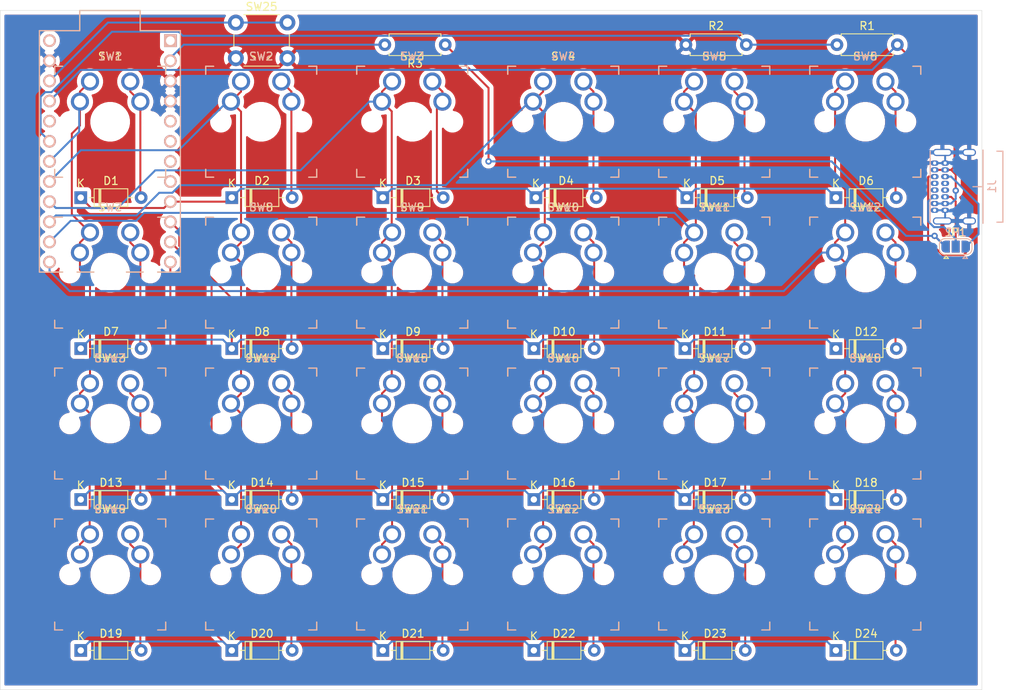
<source format=kicad_pcb>
(kicad_pcb (version 20171130) (host pcbnew "(5.1.10)-1")
  (title_block (title "lets split") (date 2021-06-13) (rev 1) (comment 3 "licence: DWTFYW") (comment 4 "Author: J Thatcher"))
  (layers (0 F.Cu signal) (31 B.Cu signal) (34 B.Paste user) (35 F.Paste user) (36 B.SilkS user) (37 F.SilkS user) (38 B.Mask user) (39 F.Mask user) (44 Edge.Cuts user))
  (net 0 "")
  (net 1 Row1)
  (net 2 "Net-(D1-Pad2)")
  (net 3 "Net-(D2-Pad2)")
  (net 4 "Net-(D3-Pad2)")
  (net 5 "Net-(D4-Pad2)")
  (net 6 "Net-(D5-Pad2)")
  (net 7 "Net-(D6-Pad2)")
  (net 8 Row2)
  (net 9 "Net-(D7-Pad2)")
  (net 10 "Net-(D8-Pad2)")
  (net 11 "Net-(D9-Pad2)")
  (net 12 "Net-(D10-Pad2)")
  (net 13 "Net-(D11-Pad2)")
  (net 14 "Net-(D12-Pad2)")
  (net 15 Row3)
  (net 16 "Net-(D13-Pad2)")
  (net 17 "Net-(D14-Pad2)")
  (net 18 "Net-(D15-Pad2)")
  (net 19 "Net-(D16-Pad2)")
  (net 20 "Net-(D17-Pad2)")
  (net 21 "Net-(D18-Pad2)")
  (net 22 "Net-(D19-Pad2)")
  (net 23 Row4)
  (net 24 "Net-(D20-Pad2)")
  (net 25 "Net-(D21-Pad2)")
  (net 26 "Net-(D22-Pad2)")
  (net 27 "Net-(D23-Pad2)")
  (net 28 "Net-(D24-Pad2)")
  (net 29 GND)
  (net 30 VCC)
  (net 31 "Net-(J1-PadA5)")
  (net 32 "Net-(J1-PadA6)")
  (net 33 "Net-(J1-PadA7)")
  (net 34 "Net-(J1-PadA8)")
  (net 35 "Net-(J1-PadB7)")
  (net 36 "Net-(J1-PadB5)")
  (net 37 "Net-(J1-PadB6)")
  (net 38 HalfSelector)
  (net 39 Serial1)
  (net 40 Col1)
  (net 41 Col2)
  (net 42 Col3)
  (net 43 Col4)
  (net 44 Col5)
  (net 45 Col6)
  (net 46 Reset)
  (net 47 "Net-(U1-Pad1)")
  (net 48 "Net-(U1-Pad5)")
  (net 49 "Net-(U1-Pad6)")
  (net 50 "Net-(U1-Pad7)")
  (net 51 "Net-(U1-Pad8)")
  (net 52 "Net-(U1-Pad20)")
  (net 53 "Net-(U1-Pad24)")
  (net 54 "Net-(J1-PadB8)")
  (net 55 "Net-(JP1-Pad1)")
  (module Jumper:SolderJumper-3_P1.3mm_Open_RoundedPad1.0x1.5mm (layer B.Cu) (at 196.71792 79.96936 180)
    (fp_text reference JP2 (at 0 1.8) (layer B.SilkS) (effects (justify mirror)))
    (fp_text value "Jack Obversed Jumper")
    (pad 2 smd rect (at 0 0 180) (size 1 1.5) (layers B.Cu B.Mask) (net 34 "Net-(J1-PadA8)"))
    (pad 3 smd custom (at 1.3 0 180) (size 1 0.5) (layers B.Cu B.Mask) (net 55 "Net-(JP1-Pad1)") (options (clearance outline) (anchor rect)) (primitives (gr_circle (center 0 -0.25) (end 0.5 -0.25) (width 0)) (gr_circle (center 0 0.25) (end 0.5 0.25) (width 0)) (gr_poly (pts (xy -0.55 0.75) (xy 0 0.75) (xy 0 -0.75) (xy -0.55 -0.75)) (width 0))))
    (pad 1 smd custom (at -1.3 0 180) (size 1 0.5) (layers B.Cu B.Mask) (net 54 "Net-(J1-PadB8)") (options (clearance outline) (anchor rect)) (primitives (gr_circle (center 0 -0.25) (end 0.5 -0.25) (width 0)) (gr_circle (center 0 0.25) (end 0.5 0.25) (width 0)) (gr_poly (pts (xy 0.55 0.75) (xy 0 0.75) (xy 0 -0.75) (xy 0.55 -0.75)) (width 0))))
  )
  (module Jumper:SolderJumper-3_P1.3mm_Open_RoundedPad1.0x1.5mm (layer F.Cu) (at 196.71792 79.96936)
    (fp_text reference JP1 (at 0 -1.8) (layer F.SilkS))
    (fp_text value "Jack Reversed Jumper")
    (pad 2 smd rect (at 0 0) (size 1 1.5) (layers F.Cu F.Mask) (net 36 "Net-(J1-PadB5)"))
    (pad 3 smd custom (at 1.3 0) (size 1 0.5) (layers F.Cu F.Mask) (net 31 "Net-(J1-PadA5)") (options (clearance outline) (anchor rect)) (primitives (gr_circle (center 0 0.25) (end 0.5 0.25) (width 0)) (gr_circle (center 0 -0.25) (end 0.5 -0.25) (width 0)) (gr_poly (pts (xy -0.55 -0.75) (xy 0 -0.75) (xy 0 0.75) (xy -0.55 0.75)) (width 0))))
    (pad 1 smd custom (at -1.3 0) (size 1 0.5) (layers F.Cu F.Mask) (net 55 "Net-(JP1-Pad1)") (options (clearance outline) (anchor rect)) (primitives (gr_circle (center 0 0.25) (end 0.5 0.25) (width 0)) (gr_circle (center 0 -0.25) (end 0.5 -0.25) (width 0)) (gr_poly (pts (xy 0.55 -0.75) (xy 0 -0.75) (xy 0 0.75) (xy 0.55 0.75)) (width 0))))
  )
  (module custom-footprints:USB_C_GCT_USB4085 (layer B.Cu) (at 200.16216 72.40524 270)
    (fp_text reference J1 (at -0.017498 -1.13737 270) (layer B.SilkS) (effects (justify mirror)))
    (fp_text value USB_C_Receptacle_USB2.0)
    (pad S1 thru_hole oval (at 4.325 1.74 270) (size 0.9 1.7) (drill oval 0.6 1.4) (layers *.Cu *.Mask) (net 29 GND))
    (pad S1 thru_hole oval (at -4.325 1.74 270) (size 0.9 1.7) (drill oval 0.6 1.4) (layers *.Cu *.Mask) (net 29 GND))
    (pad S1 thru_hole oval (at 4.325 5.12 270) (size 0.9 2.4) (drill oval 0.6 2.1) (layers *.Cu *.Mask) (net 29 GND))
    (pad S1 thru_hole oval (at -4.325 5.12 270) (size 0.9 2.4) (drill oval 0.6 2.1) (layers *.Cu *.Mask) (net 29 GND))
    (pad B1 thru_hole oval (at 2.98 4.775 270) (size 0.65 1) (drill 0.4) (layers *.Cu *.Mask) (net 29 GND))
    (pad B4 thru_hole oval (at 2.13 4.775 270) (size 0.65 1) (drill 0.4) (layers *.Cu *.Mask) (net 30 VCC))
    (pad B5 thru_hole oval (at 1.28 4.775 270) (size 0.65 1) (drill 0.4) (layers *.Cu *.Mask) (net 36 "Net-(J1-PadB5)"))
    (pad B6 thru_hole oval (at 0.43 4.775 270) (size 0.65 1) (drill 0.4) (layers *.Cu *.Mask) (net 37 "Net-(J1-PadB6)"))
    (pad B7 thru_hole oval (at -0.42 4.775 270) (size 0.65 1) (drill 0.4) (layers *.Cu *.Mask) (net 35 "Net-(J1-PadB7)"))
    (pad B8 thru_hole oval (at -1.27 4.775 270) (size 0.65 1) (drill 0.4) (layers *.Cu *.Mask) (net 54 "Net-(J1-PadB8)"))
    (pad B9 thru_hole oval (at -2.12 4.775 270) (size 0.65 1) (drill 0.4) (layers *.Cu *.Mask) (net 30 VCC))
    (pad B12 thru_hole oval (at -2.975 4.775 270) (size 0.65 1) (drill 0.4) (layers *.Cu *.Mask) (net 29 GND))
    (pad A12 thru_hole oval (at 2.975 6.1 270) (size 0.65 1) (drill 0.4) (layers *.Cu *.Mask) (net 29 GND))
    (pad A9 thru_hole oval (at 2.125 6.1 270) (size 0.65 1) (drill 0.4) (layers *.Cu *.Mask) (net 30 VCC))
    (pad A8 thru_hole oval (at 1.275 6.1 270) (size 0.65 1) (drill 0.4) (layers *.Cu *.Mask) (net 34 "Net-(J1-PadA8)"))
    (pad A7 thru_hole oval (at 0.425 6.1 270) (size 0.65 1) (drill 0.4) (layers *.Cu *.Mask) (net 33 "Net-(J1-PadA7)"))
    (pad A6 thru_hole oval (at -0.425 6.1 270) (size 0.65 1) (drill 0.4) (layers *.Cu *.Mask) (net 32 "Net-(J1-PadA6)"))
    (pad A4 thru_hole oval (at -2.125 6.1 270) (size 0.65 1) (drill 0.4) (layers *.Cu *.Mask) (net 30 VCC))
    (pad A1 thru_hole oval (at -2.975 6.1 270) (size 0.65 1) (drill 0.4) (layers *.Cu *.Mask) (net 29 GND))
    (pad A5 thru_hole oval (at -1.275 6.1 270) (size 0.65 1) (drill 0.4) (layers *.Cu *.Mask) (net 31 "Net-(J1-PadA5)"))
  )
  (module Diode_THT:D_DO-35_SOD27_P7.62mm_Horizontal (layer F.Cu) (at 86.36 73.787)
    (fp_text reference D1 (at 3.81 -2.12) (layer F.SilkS))
    (fp_text value D_Small)
    (fp_text user K (at 0 -1.8) (layer F.SilkS))
    (pad 1 thru_hole rect (at 0 0) (size 1.6 1.6) (drill 0.8) (layers *.Cu *.Mask) (net 1 Row1))
    (pad 2 thru_hole oval (at 7.62 0) (size 1.6 1.6) (drill 0.8) (layers *.Cu *.Mask) (net 2 "Net-(D1-Pad2)"))
  )
  (module Diode_THT:D_DO-35_SOD27_P7.62mm_Horizontal (layer F.Cu) (at 105.41 73.787)
    (fp_text reference D2 (at 3.81 -2.12) (layer F.SilkS))
    (fp_text value D_Small)
    (fp_text user K (at 0 -1.8) (layer F.SilkS))
    (pad 2 thru_hole oval (at 7.62 0) (size 1.6 1.6) (drill 0.8) (layers *.Cu *.Mask) (net 3 "Net-(D2-Pad2)"))
    (pad 1 thru_hole rect (at 0 0) (size 1.6 1.6) (drill 0.8) (layers *.Cu *.Mask) (net 1 Row1))
  )
  (module Diode_THT:D_DO-35_SOD27_P7.62mm_Horizontal (layer F.Cu) (at 124.46 73.787)
    (fp_text reference D3 (at 3.81 -2.12) (layer F.SilkS))
    (fp_text value D_Small)
    (fp_text user K (at 0 -1.8) (layer F.SilkS))
    (pad 1 thru_hole rect (at 0 0) (size 1.6 1.6) (drill 0.8) (layers *.Cu *.Mask) (net 1 Row1))
    (pad 2 thru_hole oval (at 7.62 0) (size 1.6 1.6) (drill 0.8) (layers *.Cu *.Mask) (net 4 "Net-(D3-Pad2)"))
  )
  (module Diode_THT:D_DO-35_SOD27_P7.62mm_Horizontal (layer F.Cu) (at 143.764 73.787)
    (fp_text reference D4 (at 3.81 -2.12) (layer F.SilkS))
    (fp_text value D_Small)
    (fp_text user K (at 0 -1.8) (layer F.SilkS))
    (pad 2 thru_hole oval (at 7.62 0) (size 1.6 1.6) (drill 0.8) (layers *.Cu *.Mask) (net 5 "Net-(D4-Pad2)"))
    (pad 1 thru_hole rect (at 0 0) (size 1.6 1.6) (drill 0.8) (layers *.Cu *.Mask) (net 1 Row1))
  )
  (module Diode_THT:D_DO-35_SOD27_P7.62mm_Horizontal (layer F.Cu) (at 162.814 73.787)
    (fp_text reference D5 (at 3.81 -2.12) (layer F.SilkS))
    (fp_text value D_Small)
    (fp_text user K (at 0 -1.8) (layer F.SilkS))
    (pad 1 thru_hole rect (at 0 0) (size 1.6 1.6) (drill 0.8) (layers *.Cu *.Mask) (net 1 Row1))
    (pad 2 thru_hole oval (at 7.62 0) (size 1.6 1.6) (drill 0.8) (layers *.Cu *.Mask) (net 6 "Net-(D5-Pad2)"))
  )
  (module Diode_THT:D_DO-35_SOD27_P7.62mm_Horizontal (layer F.Cu) (at 181.61 73.787)
    (fp_text reference D6 (at 3.81 -2.12) (layer F.SilkS))
    (fp_text value D_Small)
    (fp_text user K (at 0 -1.8) (layer F.SilkS))
    (pad 2 thru_hole oval (at 7.62 0) (size 1.6 1.6) (drill 0.8) (layers *.Cu *.Mask) (net 7 "Net-(D6-Pad2)"))
    (pad 1 thru_hole rect (at 0 0) (size 1.6 1.6) (drill 0.8) (layers *.Cu *.Mask) (net 1 Row1))
  )
  (module Diode_THT:D_DO-35_SOD27_P7.62mm_Horizontal (layer F.Cu) (at 86.36 92.837)
    (fp_text reference D7 (at 3.81 -2.12) (layer F.SilkS))
    (fp_text value D_Small)
    (fp_text user K (at 0 -1.8) (layer F.SilkS))
    (pad 1 thru_hole rect (at 0 0) (size 1.6 1.6) (drill 0.8) (layers *.Cu *.Mask) (net 8 Row2))
    (pad 2 thru_hole oval (at 7.62 0) (size 1.6 1.6) (drill 0.8) (layers *.Cu *.Mask) (net 9 "Net-(D7-Pad2)"))
  )
  (module Diode_THT:D_DO-35_SOD27_P7.62mm_Horizontal (layer F.Cu) (at 105.41 92.837)
    (fp_text reference D8 (at 3.81 -2.12) (layer F.SilkS))
    (fp_text value D_Small)
    (fp_text user K (at 0 -1.8) (layer F.SilkS))
    (pad 2 thru_hole oval (at 7.62 0) (size 1.6 1.6) (drill 0.8) (layers *.Cu *.Mask) (net 10 "Net-(D8-Pad2)"))
    (pad 1 thru_hole rect (at 0 0) (size 1.6 1.6) (drill 0.8) (layers *.Cu *.Mask) (net 8 Row2))
  )
  (module Diode_THT:D_DO-35_SOD27_P7.62mm_Horizontal (layer F.Cu) (at 124.46 92.837)
    (fp_text reference D9 (at 3.81 -2.12) (layer F.SilkS))
    (fp_text value D_Small)
    (fp_text user K (at 0 -1.8) (layer F.SilkS))
    (pad 1 thru_hole rect (at 0 0) (size 1.6 1.6) (drill 0.8) (layers *.Cu *.Mask) (net 8 Row2))
    (pad 2 thru_hole oval (at 7.62 0) (size 1.6 1.6) (drill 0.8) (layers *.Cu *.Mask) (net 11 "Net-(D9-Pad2)"))
  )
  (module Diode_THT:D_DO-35_SOD27_P7.62mm_Horizontal (layer F.Cu) (at 143.51 92.837)
    (fp_text reference D10 (at 3.81 -2.12) (layer F.SilkS))
    (fp_text value D_Small)
    (fp_text user K (at 0 -1.8) (layer F.SilkS))
    (pad 2 thru_hole oval (at 7.62 0) (size 1.6 1.6) (drill 0.8) (layers *.Cu *.Mask) (net 12 "Net-(D10-Pad2)"))
    (pad 1 thru_hole rect (at 0 0) (size 1.6 1.6) (drill 0.8) (layers *.Cu *.Mask) (net 8 Row2))
  )
  (module Diode_THT:D_DO-35_SOD27_P7.62mm_Horizontal (layer F.Cu) (at 162.56 92.837)
    (fp_text reference D11 (at 3.81 -2.12) (layer F.SilkS))
    (fp_text value D_Small)
    (fp_text user K (at 0 -1.8) (layer F.SilkS))
    (pad 1 thru_hole rect (at 0 0) (size 1.6 1.6) (drill 0.8) (layers *.Cu *.Mask) (net 8 Row2))
    (pad 2 thru_hole oval (at 7.62 0) (size 1.6 1.6) (drill 0.8) (layers *.Cu *.Mask) (net 13 "Net-(D11-Pad2)"))
  )
  (module Diode_THT:D_DO-35_SOD27_P7.62mm_Horizontal (layer F.Cu) (at 181.61 92.837)
    (fp_text reference D12 (at 3.81 -2.12) (layer F.SilkS))
    (fp_text value D_Small)
    (fp_text user K (at 0 -1.8) (layer F.SilkS))
    (pad 2 thru_hole oval (at 7.62 0) (size 1.6 1.6) (drill 0.8) (layers *.Cu *.Mask) (net 14 "Net-(D12-Pad2)"))
    (pad 1 thru_hole rect (at 0 0) (size 1.6 1.6) (drill 0.8) (layers *.Cu *.Mask) (net 8 Row2))
  )
  (module Diode_THT:D_DO-35_SOD27_P7.62mm_Horizontal (layer F.Cu) (at 86.36 111.887)
    (fp_text reference D13 (at 3.81 -2.12) (layer F.SilkS))
    (fp_text value D_Small)
    (fp_text user K (at 0 -1.8) (layer F.SilkS))
    (pad 1 thru_hole rect (at 0 0) (size 1.6 1.6) (drill 0.8) (layers *.Cu *.Mask) (net 15 Row3))
    (pad 2 thru_hole oval (at 7.62 0) (size 1.6 1.6) (drill 0.8) (layers *.Cu *.Mask) (net 16 "Net-(D13-Pad2)"))
  )
  (module Diode_THT:D_DO-35_SOD27_P7.62mm_Horizontal (layer F.Cu) (at 105.41 111.887)
    (fp_text reference D14 (at 3.81 -2.12) (layer F.SilkS))
    (fp_text value D_Small)
    (fp_text user K (at 0 -1.8) (layer F.SilkS))
    (pad 1 thru_hole rect (at 0 0) (size 1.6 1.6) (drill 0.8) (layers *.Cu *.Mask) (net 15 Row3))
    (pad 2 thru_hole oval (at 7.62 0) (size 1.6 1.6) (drill 0.8) (layers *.Cu *.Mask) (net 17 "Net-(D14-Pad2)"))
  )
  (module Diode_THT:D_DO-35_SOD27_P7.62mm_Horizontal (layer F.Cu) (at 124.46 111.887)
    (fp_text reference D15 (at 3.81 -2.12) (layer F.SilkS))
    (fp_text value D_Small)
    (fp_text user K (at 0 -1.8) (layer F.SilkS))
    (pad 2 thru_hole oval (at 7.62 0) (size 1.6 1.6) (drill 0.8) (layers *.Cu *.Mask) (net 18 "Net-(D15-Pad2)"))
    (pad 1 thru_hole rect (at 0 0) (size 1.6 1.6) (drill 0.8) (layers *.Cu *.Mask) (net 15 Row3))
  )
  (module Diode_THT:D_DO-35_SOD27_P7.62mm_Horizontal (layer F.Cu) (at 143.51 111.887)
    (fp_text reference D16 (at 3.81 -2.12) (layer F.SilkS))
    (fp_text value D_Small)
    (fp_text user K (at 0 -1.8) (layer F.SilkS))
    (pad 1 thru_hole rect (at 0 0) (size 1.6 1.6) (drill 0.8) (layers *.Cu *.Mask) (net 15 Row3))
    (pad 2 thru_hole oval (at 7.62 0) (size 1.6 1.6) (drill 0.8) (layers *.Cu *.Mask) (net 19 "Net-(D16-Pad2)"))
  )
  (module Diode_THT:D_DO-35_SOD27_P7.62mm_Horizontal (layer F.Cu) (at 162.56 111.887)
    (fp_text reference D17 (at 3.81 -2.12) (layer F.SilkS))
    (fp_text value D_Small)
    (fp_text user K (at 0 -1.8) (layer F.SilkS))
    (pad 2 thru_hole oval (at 7.62 0) (size 1.6 1.6) (drill 0.8) (layers *.Cu *.Mask) (net 20 "Net-(D17-Pad2)"))
    (pad 1 thru_hole rect (at 0 0) (size 1.6 1.6) (drill 0.8) (layers *.Cu *.Mask) (net 15 Row3))
  )
  (module Diode_THT:D_DO-35_SOD27_P7.62mm_Horizontal (layer F.Cu) (at 181.61 111.887)
    (fp_text reference D18 (at 3.81 -2.12) (layer F.SilkS))
    (fp_text value D_Small)
    (fp_text user K (at 0 -1.8) (layer F.SilkS))
    (pad 2 thru_hole oval (at 7.62 0) (size 1.6 1.6) (drill 0.8) (layers *.Cu *.Mask) (net 21 "Net-(D18-Pad2)"))
    (pad 1 thru_hole rect (at 0 0) (size 1.6 1.6) (drill 0.8) (layers *.Cu *.Mask) (net 15 Row3))
  )
  (module Diode_THT:D_DO-35_SOD27_P7.62mm_Horizontal (layer F.Cu) (at 86.36 130.937)
    (fp_text reference D19 (at 3.81 -2.12) (layer F.SilkS))
    (fp_text value D_Small)
    (fp_text user K (at 0 -1.8) (layer F.SilkS))
    (pad 2 thru_hole oval (at 7.62 0) (size 1.6 1.6) (drill 0.8) (layers *.Cu *.Mask) (net 22 "Net-(D19-Pad2)"))
    (pad 1 thru_hole rect (at 0 0) (size 1.6 1.6) (drill 0.8) (layers *.Cu *.Mask) (net 23 Row4))
  )
  (module Diode_THT:D_DO-35_SOD27_P7.62mm_Horizontal (layer F.Cu) (at 105.41 130.937)
    (fp_text reference D20 (at 3.81 -2.12) (layer F.SilkS))
    (fp_text value D_Small)
    (fp_text user K (at 0 -1.8) (layer F.SilkS))
    (pad 2 thru_hole oval (at 7.62 0) (size 1.6 1.6) (drill 0.8) (layers *.Cu *.Mask) (net 24 "Net-(D20-Pad2)"))
    (pad 1 thru_hole rect (at 0 0) (size 1.6 1.6) (drill 0.8) (layers *.Cu *.Mask) (net 23 Row4))
  )
  (module Diode_THT:D_DO-35_SOD27_P7.62mm_Horizontal (layer F.Cu) (at 124.46 130.937)
    (fp_text reference D21 (at 3.81 -2.12) (layer F.SilkS))
    (fp_text value D_Small)
    (fp_text user K (at 0 -1.8) (layer F.SilkS))
    (pad 1 thru_hole rect (at 0 0) (size 1.6 1.6) (drill 0.8) (layers *.Cu *.Mask) (net 23 Row4))
    (pad 2 thru_hole oval (at 7.62 0) (size 1.6 1.6) (drill 0.8) (layers *.Cu *.Mask) (net 25 "Net-(D21-Pad2)"))
  )
  (module Diode_THT:D_DO-35_SOD27_P7.62mm_Horizontal (layer F.Cu) (at 143.51 130.937)
    (fp_text reference D22 (at 3.81 -2.12) (layer F.SilkS))
    (fp_text value D_Small)
    (fp_text user K (at 0 -1.8) (layer F.SilkS))
    (pad 1 thru_hole rect (at 0 0) (size 1.6 1.6) (drill 0.8) (layers *.Cu *.Mask) (net 23 Row4))
    (pad 2 thru_hole oval (at 7.62 0) (size 1.6 1.6) (drill 0.8) (layers *.Cu *.Mask) (net 26 "Net-(D22-Pad2)"))
  )
  (module Diode_THT:D_DO-35_SOD27_P7.62mm_Horizontal (layer F.Cu) (at 162.56 130.937)
    (fp_text reference D23 (at 3.81 -2.12) (layer F.SilkS))
    (fp_text value D_Small)
    (fp_text user K (at 0 -1.8) (layer F.SilkS))
    (pad 1 thru_hole rect (at 0 0) (size 1.6 1.6) (drill 0.8) (layers *.Cu *.Mask) (net 23 Row4))
    (pad 2 thru_hole oval (at 7.62 0) (size 1.6 1.6) (drill 0.8) (layers *.Cu *.Mask) (net 27 "Net-(D23-Pad2)"))
  )
  (module Diode_THT:D_DO-35_SOD27_P7.62mm_Horizontal (layer F.Cu) (at 181.61 130.937)
    (fp_text reference D24 (at 3.81 -2.12) (layer F.SilkS))
    (fp_text value D_Small)
    (fp_text user K (at 0 -1.8) (layer F.SilkS))
    (pad 2 thru_hole oval (at 7.62 0) (size 1.6 1.6) (drill 0.8) (layers *.Cu *.Mask) (net 28 "Net-(D24-Pad2)"))
    (pad 1 thru_hole rect (at 0 0) (size 1.6 1.6) (drill 0.8) (layers *.Cu *.Mask) (net 23 Row4))
  )
  (module Resistor_THT:R_Axial_DIN0207_L6.3mm_D2.5mm_P7.62mm_Horizontal (layer F.Cu) (at 181.737 54.483)
    (fp_text reference R1 (at 3.81 -2.37) (layer F.SilkS))
    (fp_text value 9.1k)
    (pad 1 thru_hole circle (at 0 0) (size 1.6 1.6) (drill 0.8) (layers *.Cu *.Mask) (net 38 HalfSelector))
    (pad 2 thru_hole oval (at 7.62 0) (size 1.6 1.6) (drill 0.8) (layers *.Cu *.Mask) (net 30 VCC))
  )
  (module Resistor_THT:R_Axial_DIN0207_L6.3mm_D2.5mm_P7.62mm_Horizontal (layer F.Cu) (at 162.687 54.483)
    (fp_text reference R2 (at 3.81 -2.37) (layer F.SilkS))
    (fp_text value 9.1k)
    (pad 2 thru_hole oval (at 7.62 0) (size 1.6 1.6) (drill 0.8) (layers *.Cu *.Mask) (net 38 HalfSelector))
    (pad 1 thru_hole circle (at 0 0) (size 1.6 1.6) (drill 0.8) (layers *.Cu *.Mask) (net 29 GND))
  )
  (module Resistor_THT:R_Axial_DIN0207_L6.3mm_D2.5mm_P7.62mm_Horizontal (layer F.Cu) (at 132.334 54.483 180)
    (fp_text reference R3 (at 3.81 -2.37) (layer F.SilkS))
    (fp_text value 220)
    (pad 1 thru_hole circle (at 0 0 180) (size 1.6 1.6) (drill 0.8) (layers *.Cu *.Mask) (net 55 "Net-(JP1-Pad1)"))
    (pad 2 thru_hole oval (at 7.62 0 180) (size 1.6 1.6) (drill 0.8) (layers *.Cu *.Mask) (net 39 Serial1))
  )
  (module keyswitches:SW_MX_reversible (layer F.Cu) (at 90.0684 64.2112)
    (fp_text reference SW1 (at 0 -8.255) (layer F.SilkS))
    (fp_text value Key_Tab)
    (fp_text user %R (at 0 -8.255) (layer B.SilkS) (effects (justify mirror)))
    (pad "" np_thru_hole circle (at -5.08 0) (size 1.7018 1.7018) (drill 1.7018) (layers *.Cu *.Mask))
    (pad "" np_thru_hole circle (at 5.08 0) (size 1.7018 1.7018) (drill 1.7018) (layers *.Cu *.Mask))
    (pad 1 thru_hole circle (at -3.81 -2.54) (size 2.286 2.286) (drill 1.4986) (layers *.Cu *.Mask) (net 40 Col1))
    (pad "" np_thru_hole circle (at 0 0) (size 3.9878 3.9878) (drill 3.9878) (layers *.Cu *.Mask))
    (pad 2 thru_hole circle (at 2.54 -5.08) (size 2.286 2.286) (drill 1.4986) (layers *.Cu *.Mask) (net 2 "Net-(D1-Pad2)"))
    (pad 1 thru_hole circle (at -2.54 -5.08) (size 2.286 2.286) (drill 1.4986) (layers *.Cu *.Mask) (net 40 Col1))
    (pad 2 thru_hole circle (at 3.81 -2.54) (size 2.286 2.286) (drill 1.4986) (layers *.Cu *.Mask) (net 2 "Net-(D1-Pad2)"))
  )
  (module keyswitches:SW_MX_reversible (layer F.Cu) (at 109.1184 64.2112)
    (fp_text reference SW2 (at 0 -8.255) (layer F.SilkS))
    (fp_text value Key_Q)
    (fp_text user %R (at 0 -8.255) (layer B.SilkS) (effects (justify mirror)))
    (pad 2 thru_hole circle (at 3.81 -2.54) (size 2.286 2.286) (drill 1.4986) (layers *.Cu *.Mask) (net 3 "Net-(D2-Pad2)"))
    (pad 1 thru_hole circle (at -2.54 -5.08) (size 2.286 2.286) (drill 1.4986) (layers *.Cu *.Mask) (net 41 Col2))
    (pad 2 thru_hole circle (at 2.54 -5.08) (size 2.286 2.286) (drill 1.4986) (layers *.Cu *.Mask) (net 3 "Net-(D2-Pad2)"))
    (pad "" np_thru_hole circle (at 0 0) (size 3.9878 3.9878) (drill 3.9878) (layers *.Cu *.Mask))
    (pad 1 thru_hole circle (at -3.81 -2.54) (size 2.286 2.286) (drill 1.4986) (layers *.Cu *.Mask) (net 41 Col2))
    (pad "" np_thru_hole circle (at 5.08 0) (size 1.7018 1.7018) (drill 1.7018) (layers *.Cu *.Mask))
    (pad "" np_thru_hole circle (at -5.08 0) (size 1.7018 1.7018) (drill 1.7018) (layers *.Cu *.Mask))
  )
  (module keyswitches:SW_MX_reversible (layer F.Cu) (at 128.1684 64.2112)
    (fp_text reference SW3 (at 0 -8.255) (layer F.SilkS))
    (fp_text value Key_W)
    (fp_text user %R (at 0 -8.255) (layer B.SilkS) (effects (justify mirror)))
    (pad "" np_thru_hole circle (at -5.08 0) (size 1.7018 1.7018) (drill 1.7018) (layers *.Cu *.Mask))
    (pad "" np_thru_hole circle (at 5.08 0) (size 1.7018 1.7018) (drill 1.7018) (layers *.Cu *.Mask))
    (pad 1 thru_hole circle (at -3.81 -2.54) (size 2.286 2.286) (drill 1.4986) (layers *.Cu *.Mask) (net 42 Col3))
    (pad "" np_thru_hole circle (at 0 0) (size 3.9878 3.9878) (drill 3.9878) (layers *.Cu *.Mask))
    (pad 2 thru_hole circle (at 2.54 -5.08) (size 2.286 2.286) (drill 1.4986) (layers *.Cu *.Mask) (net 4 "Net-(D3-Pad2)"))
    (pad 1 thru_hole circle (at -2.54 -5.08) (size 2.286 2.286) (drill 1.4986) (layers *.Cu *.Mask) (net 42 Col3))
    (pad 2 thru_hole circle (at 3.81 -2.54) (size 2.286 2.286) (drill 1.4986) (layers *.Cu *.Mask) (net 4 "Net-(D3-Pad2)"))
  )
  (module keyswitches:SW_MX_reversible (layer F.Cu) (at 147.2184 64.2112)
    (fp_text reference SW4 (at 0 -8.255) (layer F.SilkS))
    (fp_text value Key_E)
    (fp_text user %R (at 0 -8.255) (layer B.SilkS) (effects (justify mirror)))
    (pad "" np_thru_hole circle (at -5.08 0) (size 1.7018 1.7018) (drill 1.7018) (layers *.Cu *.Mask))
    (pad "" np_thru_hole circle (at 5.08 0) (size 1.7018 1.7018) (drill 1.7018) (layers *.Cu *.Mask))
    (pad 1 thru_hole circle (at -3.81 -2.54) (size 2.286 2.286) (drill 1.4986) (layers *.Cu *.Mask) (net 43 Col4))
    (pad "" np_thru_hole circle (at 0 0) (size 3.9878 3.9878) (drill 3.9878) (layers *.Cu *.Mask))
    (pad 2 thru_hole circle (at 2.54 -5.08) (size 2.286 2.286) (drill 1.4986) (layers *.Cu *.Mask) (net 5 "Net-(D4-Pad2)"))
    (pad 1 thru_hole circle (at -2.54 -5.08) (size 2.286 2.286) (drill 1.4986) (layers *.Cu *.Mask) (net 43 Col4))
    (pad 2 thru_hole circle (at 3.81 -2.54) (size 2.286 2.286) (drill 1.4986) (layers *.Cu *.Mask) (net 5 "Net-(D4-Pad2)"))
  )
  (module keyswitches:SW_MX_reversible (layer F.Cu) (at 166.2684 64.2112)
    (fp_text reference SW5 (at 0 -8.255) (layer F.SilkS))
    (fp_text value Key_R)
    (fp_text user %R (at 0 -8.255) (layer B.SilkS) (effects (justify mirror)))
    (pad "" np_thru_hole circle (at -5.08 0) (size 1.7018 1.7018) (drill 1.7018) (layers *.Cu *.Mask))
    (pad "" np_thru_hole circle (at 5.08 0) (size 1.7018 1.7018) (drill 1.7018) (layers *.Cu *.Mask))
    (pad 1 thru_hole circle (at -3.81 -2.54) (size 2.286 2.286) (drill 1.4986) (layers *.Cu *.Mask) (net 44 Col5))
    (pad "" np_thru_hole circle (at 0 0) (size 3.9878 3.9878) (drill 3.9878) (layers *.Cu *.Mask))
    (pad 2 thru_hole circle (at 2.54 -5.08) (size 2.286 2.286) (drill 1.4986) (layers *.Cu *.Mask) (net 6 "Net-(D5-Pad2)"))
    (pad 1 thru_hole circle (at -2.54 -5.08) (size 2.286 2.286) (drill 1.4986) (layers *.Cu *.Mask) (net 44 Col5))
    (pad 2 thru_hole circle (at 3.81 -2.54) (size 2.286 2.286) (drill 1.4986) (layers *.Cu *.Mask) (net 6 "Net-(D5-Pad2)"))
  )
  (module keyswitches:SW_MX_reversible (layer F.Cu) (at 185.3184 64.2112)
    (fp_text reference SW6 (at 0 -8.255) (layer F.SilkS))
    (fp_text value Key_T)
    (fp_text user %R (at 0 -8.255) (layer B.SilkS) (effects (justify mirror)))
    (pad 2 thru_hole circle (at 3.81 -2.54) (size 2.286 2.286) (drill 1.4986) (layers *.Cu *.Mask) (net 7 "Net-(D6-Pad2)"))
    (pad 1 thru_hole circle (at -2.54 -5.08) (size 2.286 2.286) (drill 1.4986) (layers *.Cu *.Mask) (net 45 Col6))
    (pad 2 thru_hole circle (at 2.54 -5.08) (size 2.286 2.286) (drill 1.4986) (layers *.Cu *.Mask) (net 7 "Net-(D6-Pad2)"))
    (pad "" np_thru_hole circle (at 0 0) (size 3.9878 3.9878) (drill 3.9878) (layers *.Cu *.Mask))
    (pad 1 thru_hole circle (at -3.81 -2.54) (size 2.286 2.286) (drill 1.4986) (layers *.Cu *.Mask) (net 45 Col6))
    (pad "" np_thru_hole circle (at 5.08 0) (size 1.7018 1.7018) (drill 1.7018) (layers *.Cu *.Mask))
    (pad "" np_thru_hole circle (at -5.08 0) (size 1.7018 1.7018) (drill 1.7018) (layers *.Cu *.Mask))
  )
  (module keyswitches:SW_MX_reversible (layer F.Cu) (at 90.0684 83.2612)
    (fp_text reference SW7 (at 0 -8.255) (layer F.SilkS))
    (fp_text value Key_Esc)
    (fp_text user %R (at 0 -8.255) (layer B.SilkS) (effects (justify mirror)))
    (pad 2 thru_hole circle (at 3.81 -2.54) (size 2.286 2.286) (drill 1.4986) (layers *.Cu *.Mask) (net 9 "Net-(D7-Pad2)"))
    (pad 1 thru_hole circle (at -2.54 -5.08) (size 2.286 2.286) (drill 1.4986) (layers *.Cu *.Mask) (net 40 Col1))
    (pad 2 thru_hole circle (at 2.54 -5.08) (size 2.286 2.286) (drill 1.4986) (layers *.Cu *.Mask) (net 9 "Net-(D7-Pad2)"))
    (pad "" np_thru_hole circle (at 0 0) (size 3.9878 3.9878) (drill 3.9878) (layers *.Cu *.Mask))
    (pad 1 thru_hole circle (at -3.81 -2.54) (size 2.286 2.286) (drill 1.4986) (layers *.Cu *.Mask) (net 40 Col1))
    (pad "" np_thru_hole circle (at 5.08 0) (size 1.7018 1.7018) (drill 1.7018) (layers *.Cu *.Mask))
    (pad "" np_thru_hole circle (at -5.08 0) (size 1.7018 1.7018) (drill 1.7018) (layers *.Cu *.Mask))
  )
  (module keyswitches:SW_MX_reversible (layer F.Cu) (at 109.1184 83.2612)
    (fp_text reference SW8 (at 0 -8.255) (layer F.SilkS))
    (fp_text value Key_A)
    (fp_text user %R (at 0 -8.255) (layer B.SilkS) (effects (justify mirror)))
    (pad 2 thru_hole circle (at 3.81 -2.54) (size 2.286 2.286) (drill 1.4986) (layers *.Cu *.Mask) (net 10 "Net-(D8-Pad2)"))
    (pad 1 thru_hole circle (at -2.54 -5.08) (size 2.286 2.286) (drill 1.4986) (layers *.Cu *.Mask) (net 41 Col2))
    (pad 2 thru_hole circle (at 2.54 -5.08) (size 2.286 2.286) (drill 1.4986) (layers *.Cu *.Mask) (net 10 "Net-(D8-Pad2)"))
    (pad "" np_thru_hole circle (at 0 0) (size 3.9878 3.9878) (drill 3.9878) (layers *.Cu *.Mask))
    (pad 1 thru_hole circle (at -3.81 -2.54) (size 2.286 2.286) (drill 1.4986) (layers *.Cu *.Mask) (net 41 Col2))
    (pad "" np_thru_hole circle (at 5.08 0) (size 1.7018 1.7018) (drill 1.7018) (layers *.Cu *.Mask))
    (pad "" np_thru_hole circle (at -5.08 0) (size 1.7018 1.7018) (drill 1.7018) (layers *.Cu *.Mask))
  )
  (module keyswitches:SW_MX_reversible (layer F.Cu) (at 128.1684 83.2612)
    (fp_text reference SW9 (at 0 -8.255) (layer F.SilkS))
    (fp_text value Key_S)
    (fp_text user %R (at 0 -8.255) (layer B.SilkS) (effects (justify mirror)))
    (pad 2 thru_hole circle (at 3.81 -2.54) (size 2.286 2.286) (drill 1.4986) (layers *.Cu *.Mask) (net 11 "Net-(D9-Pad2)"))
    (pad 1 thru_hole circle (at -2.54 -5.08) (size 2.286 2.286) (drill 1.4986) (layers *.Cu *.Mask) (net 42 Col3))
    (pad 2 thru_hole circle (at 2.54 -5.08) (size 2.286 2.286) (drill 1.4986) (layers *.Cu *.Mask) (net 11 "Net-(D9-Pad2)"))
    (pad "" np_thru_hole circle (at 0 0) (size 3.9878 3.9878) (drill 3.9878) (layers *.Cu *.Mask))
    (pad 1 thru_hole circle (at -3.81 -2.54) (size 2.286 2.286) (drill 1.4986) (layers *.Cu *.Mask) (net 42 Col3))
    (pad "" np_thru_hole circle (at 5.08 0) (size 1.7018 1.7018) (drill 1.7018) (layers *.Cu *.Mask))
    (pad "" np_thru_hole circle (at -5.08 0) (size 1.7018 1.7018) (drill 1.7018) (layers *.Cu *.Mask))
  )
  (module keyswitches:SW_MX_reversible (layer F.Cu) (at 147.2184 83.2612)
    (fp_text reference SW10 (at 0 -8.255) (layer F.SilkS))
    (fp_text value Key_D)
    (fp_text user %R (at 0 -8.255) (layer B.SilkS) (effects (justify mirror)))
    (pad 2 thru_hole circle (at 3.81 -2.54) (size 2.286 2.286) (drill 1.4986) (layers *.Cu *.Mask) (net 12 "Net-(D10-Pad2)"))
    (pad 1 thru_hole circle (at -2.54 -5.08) (size 2.286 2.286) (drill 1.4986) (layers *.Cu *.Mask) (net 43 Col4))
    (pad 2 thru_hole circle (at 2.54 -5.08) (size 2.286 2.286) (drill 1.4986) (layers *.Cu *.Mask) (net 12 "Net-(D10-Pad2)"))
    (pad "" np_thru_hole circle (at 0 0) (size 3.9878 3.9878) (drill 3.9878) (layers *.Cu *.Mask))
    (pad 1 thru_hole circle (at -3.81 -2.54) (size 2.286 2.286) (drill 1.4986) (layers *.Cu *.Mask) (net 43 Col4))
    (pad "" np_thru_hole circle (at 5.08 0) (size 1.7018 1.7018) (drill 1.7018) (layers *.Cu *.Mask))
    (pad "" np_thru_hole circle (at -5.08 0) (size 1.7018 1.7018) (drill 1.7018) (layers *.Cu *.Mask))
  )
  (module keyswitches:SW_MX_reversible (layer F.Cu) (at 166.2684 83.2612)
    (fp_text reference SW11 (at 0 -8.255) (layer F.SilkS))
    (fp_text value Key_F)
    (fp_text user %R (at 0 -8.255) (layer B.SilkS) (effects (justify mirror)))
    (pad 2 thru_hole circle (at 3.81 -2.54) (size 2.286 2.286) (drill 1.4986) (layers *.Cu *.Mask) (net 13 "Net-(D11-Pad2)"))
    (pad 1 thru_hole circle (at -2.54 -5.08) (size 2.286 2.286) (drill 1.4986) (layers *.Cu *.Mask) (net 44 Col5))
    (pad 2 thru_hole circle (at 2.54 -5.08) (size 2.286 2.286) (drill 1.4986) (layers *.Cu *.Mask) (net 13 "Net-(D11-Pad2)"))
    (pad "" np_thru_hole circle (at 0 0) (size 3.9878 3.9878) (drill 3.9878) (layers *.Cu *.Mask))
    (pad 1 thru_hole circle (at -3.81 -2.54) (size 2.286 2.286) (drill 1.4986) (layers *.Cu *.Mask) (net 44 Col5))
    (pad "" np_thru_hole circle (at 5.08 0) (size 1.7018 1.7018) (drill 1.7018) (layers *.Cu *.Mask))
    (pad "" np_thru_hole circle (at -5.08 0) (size 1.7018 1.7018) (drill 1.7018) (layers *.Cu *.Mask))
  )
  (module keyswitches:SW_MX_reversible (layer F.Cu) (at 185.3184 83.2612)
    (fp_text reference SW12 (at 0 -8.255) (layer F.SilkS))
    (fp_text value Key_G)
    (fp_text user %R (at 0 -8.255) (layer B.SilkS) (effects (justify mirror)))
    (pad "" np_thru_hole circle (at -5.08 0) (size 1.7018 1.7018) (drill 1.7018) (layers *.Cu *.Mask))
    (pad "" np_thru_hole circle (at 5.08 0) (size 1.7018 1.7018) (drill 1.7018) (layers *.Cu *.Mask))
    (pad 1 thru_hole circle (at -3.81 -2.54) (size 2.286 2.286) (drill 1.4986) (layers *.Cu *.Mask) (net 45 Col6))
    (pad "" np_thru_hole circle (at 0 0) (size 3.9878 3.9878) (drill 3.9878) (layers *.Cu *.Mask))
    (pad 2 thru_hole circle (at 2.54 -5.08) (size 2.286 2.286) (drill 1.4986) (layers *.Cu *.Mask) (net 14 "Net-(D12-Pad2)"))
    (pad 1 thru_hole circle (at -2.54 -5.08) (size 2.286 2.286) (drill 1.4986) (layers *.Cu *.Mask) (net 45 Col6))
    (pad 2 thru_hole circle (at 3.81 -2.54) (size 2.286 2.286) (drill 1.4986) (layers *.Cu *.Mask) (net 14 "Net-(D12-Pad2)"))
  )
  (module keyswitches:SW_MX_reversible (layer F.Cu) (at 90.0684 102.3112)
    (fp_text reference SW13 (at 0 -8.255) (layer F.SilkS))
    (fp_text value Key_Shift)
    (fp_text user %R (at 0 -8.255) (layer B.SilkS) (effects (justify mirror)))
    (pad "" np_thru_hole circle (at -5.08 0) (size 1.7018 1.7018) (drill 1.7018) (layers *.Cu *.Mask))
    (pad "" np_thru_hole circle (at 5.08 0) (size 1.7018 1.7018) (drill 1.7018) (layers *.Cu *.Mask))
    (pad 1 thru_hole circle (at -3.81 -2.54) (size 2.286 2.286) (drill 1.4986) (layers *.Cu *.Mask) (net 40 Col1))
    (pad "" np_thru_hole circle (at 0 0) (size 3.9878 3.9878) (drill 3.9878) (layers *.Cu *.Mask))
    (pad 2 thru_hole circle (at 2.54 -5.08) (size 2.286 2.286) (drill 1.4986) (layers *.Cu *.Mask) (net 16 "Net-(D13-Pad2)"))
    (pad 1 thru_hole circle (at -2.54 -5.08) (size 2.286 2.286) (drill 1.4986) (layers *.Cu *.Mask) (net 40 Col1))
    (pad 2 thru_hole circle (at 3.81 -2.54) (size 2.286 2.286) (drill 1.4986) (layers *.Cu *.Mask) (net 16 "Net-(D13-Pad2)"))
  )
  (module keyswitches:SW_MX_reversible (layer F.Cu) (at 109.1184 102.3112)
    (fp_text reference SW14 (at 0 -8.255) (layer F.SilkS))
    (fp_text value Key_Z)
    (fp_text user %R (at 0 -8.255) (layer B.SilkS) (effects (justify mirror)))
    (pad 2 thru_hole circle (at 3.81 -2.54) (size 2.286 2.286) (drill 1.4986) (layers *.Cu *.Mask) (net 17 "Net-(D14-Pad2)"))
    (pad 1 thru_hole circle (at -2.54 -5.08) (size 2.286 2.286) (drill 1.4986) (layers *.Cu *.Mask) (net 41 Col2))
    (pad 2 thru_hole circle (at 2.54 -5.08) (size 2.286 2.286) (drill 1.4986) (layers *.Cu *.Mask) (net 17 "Net-(D14-Pad2)"))
    (pad "" np_thru_hole circle (at 0 0) (size 3.9878 3.9878) (drill 3.9878) (layers *.Cu *.Mask))
    (pad 1 thru_hole circle (at -3.81 -2.54) (size 2.286 2.286) (drill 1.4986) (layers *.Cu *.Mask) (net 41 Col2))
    (pad "" np_thru_hole circle (at 5.08 0) (size 1.7018 1.7018) (drill 1.7018) (layers *.Cu *.Mask))
    (pad "" np_thru_hole circle (at -5.08 0) (size 1.7018 1.7018) (drill 1.7018) (layers *.Cu *.Mask))
  )
  (module keyswitches:SW_MX_reversible (layer F.Cu) (at 128.1684 102.3112)
    (fp_text reference SW15 (at 0 -8.255) (layer F.SilkS))
    (fp_text value Key_X)
    (fp_text user %R (at 0 -8.255) (layer B.SilkS) (effects (justify mirror)))
    (pad "" np_thru_hole circle (at -5.08 0) (size 1.7018 1.7018) (drill 1.7018) (layers *.Cu *.Mask))
    (pad "" np_thru_hole circle (at 5.08 0) (size 1.7018 1.7018) (drill 1.7018) (layers *.Cu *.Mask))
    (pad 1 thru_hole circle (at -3.81 -2.54) (size 2.286 2.286) (drill 1.4986) (layers *.Cu *.Mask) (net 42 Col3))
    (pad "" np_thru_hole circle (at 0 0) (size 3.9878 3.9878) (drill 3.9878) (layers *.Cu *.Mask))
    (pad 2 thru_hole circle (at 2.54 -5.08) (size 2.286 2.286) (drill 1.4986) (layers *.Cu *.Mask) (net 18 "Net-(D15-Pad2)"))
    (pad 1 thru_hole circle (at -2.54 -5.08) (size 2.286 2.286) (drill 1.4986) (layers *.Cu *.Mask) (net 42 Col3))
    (pad 2 thru_hole circle (at 3.81 -2.54) (size 2.286 2.286) (drill 1.4986) (layers *.Cu *.Mask) (net 18 "Net-(D15-Pad2)"))
  )
  (module keyswitches:SW_MX_reversible (layer F.Cu) (at 147.2184 102.3112)
    (fp_text reference SW16 (at 0 -8.255) (layer F.SilkS))
    (fp_text value Key_C)
    (fp_text user %R (at 0 -8.255) (layer B.SilkS) (effects (justify mirror)))
    (pad "" np_thru_hole circle (at -5.08 0) (size 1.7018 1.7018) (drill 1.7018) (layers *.Cu *.Mask))
    (pad "" np_thru_hole circle (at 5.08 0) (size 1.7018 1.7018) (drill 1.7018) (layers *.Cu *.Mask))
    (pad 1 thru_hole circle (at -3.81 -2.54) (size 2.286 2.286) (drill 1.4986) (layers *.Cu *.Mask) (net 43 Col4))
    (pad "" np_thru_hole circle (at 0 0) (size 3.9878 3.9878) (drill 3.9878) (layers *.Cu *.Mask))
    (pad 2 thru_hole circle (at 2.54 -5.08) (size 2.286 2.286) (drill 1.4986) (layers *.Cu *.Mask) (net 19 "Net-(D16-Pad2)"))
    (pad 1 thru_hole circle (at -2.54 -5.08) (size 2.286 2.286) (drill 1.4986) (layers *.Cu *.Mask) (net 43 Col4))
    (pad 2 thru_hole circle (at 3.81 -2.54) (size 2.286 2.286) (drill 1.4986) (layers *.Cu *.Mask) (net 19 "Net-(D16-Pad2)"))
  )
  (module keyswitches:SW_MX_reversible (layer F.Cu) (at 166.2684 102.3112)
    (fp_text reference SW17 (at 0 -8.255) (layer F.SilkS))
    (fp_text value Key_V)
    (fp_text user %R (at 0 -8.255) (layer B.SilkS) (effects (justify mirror)))
    (pad 2 thru_hole circle (at 3.81 -2.54) (size 2.286 2.286) (drill 1.4986) (layers *.Cu *.Mask) (net 20 "Net-(D17-Pad2)"))
    (pad 1 thru_hole circle (at -2.54 -5.08) (size 2.286 2.286) (drill 1.4986) (layers *.Cu *.Mask) (net 44 Col5))
    (pad 2 thru_hole circle (at 2.54 -5.08) (size 2.286 2.286) (drill 1.4986) (layers *.Cu *.Mask) (net 20 "Net-(D17-Pad2)"))
    (pad "" np_thru_hole circle (at 0 0) (size 3.9878 3.9878) (drill 3.9878) (layers *.Cu *.Mask))
    (pad 1 thru_hole circle (at -3.81 -2.54) (size 2.286 2.286) (drill 1.4986) (layers *.Cu *.Mask) (net 44 Col5))
    (pad "" np_thru_hole circle (at 5.08 0) (size 1.7018 1.7018) (drill 1.7018) (layers *.Cu *.Mask))
    (pad "" np_thru_hole circle (at -5.08 0) (size 1.7018 1.7018) (drill 1.7018) (layers *.Cu *.Mask))
  )
  (module keyswitches:SW_MX_reversible (layer F.Cu) (at 185.3184 102.3112)
    (fp_text reference SW18 (at 0 -8.255) (layer F.SilkS))
    (fp_text value Key_B)
    (fp_text user %R (at 0 -8.255) (layer B.SilkS) (effects (justify mirror)))
    (pad "" np_thru_hole circle (at -5.08 0) (size 1.7018 1.7018) (drill 1.7018) (layers *.Cu *.Mask))
    (pad "" np_thru_hole circle (at 5.08 0) (size 1.7018 1.7018) (drill 1.7018) (layers *.Cu *.Mask))
    (pad 1 thru_hole circle (at -3.81 -2.54) (size 2.286 2.286) (drill 1.4986) (layers *.Cu *.Mask) (net 45 Col6))
    (pad "" np_thru_hole circle (at 0 0) (size 3.9878 3.9878) (drill 3.9878) (layers *.Cu *.Mask))
    (pad 2 thru_hole circle (at 2.54 -5.08) (size 2.286 2.286) (drill 1.4986) (layers *.Cu *.Mask) (net 21 "Net-(D18-Pad2)"))
    (pad 1 thru_hole circle (at -2.54 -5.08) (size 2.286 2.286) (drill 1.4986) (layers *.Cu *.Mask) (net 45 Col6))
    (pad 2 thru_hole circle (at 3.81 -2.54) (size 2.286 2.286) (drill 1.4986) (layers *.Cu *.Mask) (net 21 "Net-(D18-Pad2)"))
  )
  (module keyswitches:SW_MX_reversible (layer F.Cu) (at 90.0684 121.3612)
    (fp_text reference SW19 (at 0 -8.255) (layer F.SilkS))
    (fp_text value Key_Ctrl)
    (fp_text user %R (at 0 -8.255) (layer B.SilkS) (effects (justify mirror)))
    (pad 2 thru_hole circle (at 3.81 -2.54) (size 2.286 2.286) (drill 1.4986) (layers *.Cu *.Mask) (net 22 "Net-(D19-Pad2)"))
    (pad 1 thru_hole circle (at -2.54 -5.08) (size 2.286 2.286) (drill 1.4986) (layers *.Cu *.Mask) (net 40 Col1))
    (pad 2 thru_hole circle (at 2.54 -5.08) (size 2.286 2.286) (drill 1.4986) (layers *.Cu *.Mask) (net 22 "Net-(D19-Pad2)"))
    (pad "" np_thru_hole circle (at 0 0) (size 3.9878 3.9878) (drill 3.9878) (layers *.Cu *.Mask))
    (pad 1 thru_hole circle (at -3.81 -2.54) (size 2.286 2.286) (drill 1.4986) (layers *.Cu *.Mask) (net 40 Col1))
    (pad "" np_thru_hole circle (at 5.08 0) (size 1.7018 1.7018) (drill 1.7018) (layers *.Cu *.Mask))
    (pad "" np_thru_hole circle (at -5.08 0) (size 1.7018 1.7018) (drill 1.7018) (layers *.Cu *.Mask))
  )
  (module keyswitches:SW_MX_reversible (layer F.Cu) (at 109.1184 121.3612)
    (fp_text reference SW20 (at 0 -8.255) (layer F.SilkS))
    (fp_text value Key_Win)
    (fp_text user %R (at 0 -8.255) (layer B.SilkS) (effects (justify mirror)))
    (pad 2 thru_hole circle (at 3.81 -2.54) (size 2.286 2.286) (drill 1.4986) (layers *.Cu *.Mask) (net 24 "Net-(D20-Pad2)"))
    (pad 1 thru_hole circle (at -2.54 -5.08) (size 2.286 2.286) (drill 1.4986) (layers *.Cu *.Mask) (net 41 Col2))
    (pad 2 thru_hole circle (at 2.54 -5.08) (size 2.286 2.286) (drill 1.4986) (layers *.Cu *.Mask) (net 24 "Net-(D20-Pad2)"))
    (pad "" np_thru_hole circle (at 0 0) (size 3.9878 3.9878) (drill 3.9878) (layers *.Cu *.Mask))
    (pad 1 thru_hole circle (at -3.81 -2.54) (size 2.286 2.286) (drill 1.4986) (layers *.Cu *.Mask) (net 41 Col2))
    (pad "" np_thru_hole circle (at 5.08 0) (size 1.7018 1.7018) (drill 1.7018) (layers *.Cu *.Mask))
    (pad "" np_thru_hole circle (at -5.08 0) (size 1.7018 1.7018) (drill 1.7018) (layers *.Cu *.Mask))
  )
  (module keyswitches:SW_MX_reversible (layer F.Cu) (at 128.1684 121.3612)
    (fp_text reference SW21 (at 0 -8.255) (layer F.SilkS))
    (fp_text value Key_Alt)
    (fp_text user %R (at 0 -8.255) (layer B.SilkS) (effects (justify mirror)))
    (pad "" np_thru_hole circle (at -5.08 0) (size 1.7018 1.7018) (drill 1.7018) (layers *.Cu *.Mask))
    (pad "" np_thru_hole circle (at 5.08 0) (size 1.7018 1.7018) (drill 1.7018) (layers *.Cu *.Mask))
    (pad 1 thru_hole circle (at -3.81 -2.54) (size 2.286 2.286) (drill 1.4986) (layers *.Cu *.Mask) (net 42 Col3))
    (pad "" np_thru_hole circle (at 0 0) (size 3.9878 3.9878) (drill 3.9878) (layers *.Cu *.Mask))
    (pad 2 thru_hole circle (at 2.54 -5.08) (size 2.286 2.286) (drill 1.4986) (layers *.Cu *.Mask) (net 25 "Net-(D21-Pad2)"))
    (pad 1 thru_hole circle (at -2.54 -5.08) (size 2.286 2.286) (drill 1.4986) (layers *.Cu *.Mask) (net 42 Col3))
    (pad 2 thru_hole circle (at 3.81 -2.54) (size 2.286 2.286) (drill 1.4986) (layers *.Cu *.Mask) (net 25 "Net-(D21-Pad2)"))
  )
  (module keyswitches:SW_MX_reversible (layer F.Cu) (at 147.2184 121.3612)
    (fp_text reference SW22 (at 0 -8.255) (layer F.SilkS))
    (fp_text value Key_Fn)
    (fp_text user %R (at 0 -8.255) (layer B.SilkS) (effects (justify mirror)))
    (pad "" np_thru_hole circle (at -5.08 0) (size 1.7018 1.7018) (drill 1.7018) (layers *.Cu *.Mask))
    (pad "" np_thru_hole circle (at 5.08 0) (size 1.7018 1.7018) (drill 1.7018) (layers *.Cu *.Mask))
    (pad 1 thru_hole circle (at -3.81 -2.54) (size 2.286 2.286) (drill 1.4986) (layers *.Cu *.Mask) (net 43 Col4))
    (pad "" np_thru_hole circle (at 0 0) (size 3.9878 3.9878) (drill 3.9878) (layers *.Cu *.Mask))
    (pad 2 thru_hole circle (at 2.54 -5.08) (size 2.286 2.286) (drill 1.4986) (layers *.Cu *.Mask) (net 26 "Net-(D22-Pad2)"))
    (pad 1 thru_hole circle (at -2.54 -5.08) (size 2.286 2.286) (drill 1.4986) (layers *.Cu *.Mask) (net 43 Col4))
    (pad 2 thru_hole circle (at 3.81 -2.54) (size 2.286 2.286) (drill 1.4986) (layers *.Cu *.Mask) (net 26 "Net-(D22-Pad2)"))
  )
  (module keyswitches:SW_MX_reversible (layer F.Cu) (at 166.2684 121.3612)
    (fp_text reference SW23 (at 0 -8.255) (layer F.SilkS))
    (fp_text value Key_Raise)
    (fp_text user %R (at 0 -8.255) (layer B.SilkS) (effects (justify mirror)))
    (pad "" np_thru_hole circle (at -5.08 0) (size 1.7018 1.7018) (drill 1.7018) (layers *.Cu *.Mask))
    (pad "" np_thru_hole circle (at 5.08 0) (size 1.7018 1.7018) (drill 1.7018) (layers *.Cu *.Mask))
    (pad 1 thru_hole circle (at -3.81 -2.54) (size 2.286 2.286) (drill 1.4986) (layers *.Cu *.Mask) (net 44 Col5))
    (pad "" np_thru_hole circle (at 0 0) (size 3.9878 3.9878) (drill 3.9878) (layers *.Cu *.Mask))
    (pad 2 thru_hole circle (at 2.54 -5.08) (size 2.286 2.286) (drill 1.4986) (layers *.Cu *.Mask) (net 27 "Net-(D23-Pad2)"))
    (pad 1 thru_hole circle (at -2.54 -5.08) (size 2.286 2.286) (drill 1.4986) (layers *.Cu *.Mask) (net 44 Col5))
    (pad 2 thru_hole circle (at 3.81 -2.54) (size 2.286 2.286) (drill 1.4986) (layers *.Cu *.Mask) (net 27 "Net-(D23-Pad2)"))
  )
  (module keyswitches:SW_MX_reversible (layer F.Cu) (at 185.3184 121.3612)
    (fp_text reference SW24 (at 0 -8.255) (layer F.SilkS))
    (fp_text value Key_Space)
    (fp_text user %R (at 0 -8.255) (layer B.SilkS) (effects (justify mirror)))
    (pad 2 thru_hole circle (at 3.81 -2.54) (size 2.286 2.286) (drill 1.4986) (layers *.Cu *.Mask) (net 28 "Net-(D24-Pad2)"))
    (pad 1 thru_hole circle (at -2.54 -5.08) (size 2.286 2.286) (drill 1.4986) (layers *.Cu *.Mask) (net 45 Col6))
    (pad 2 thru_hole circle (at 2.54 -5.08) (size 2.286 2.286) (drill 1.4986) (layers *.Cu *.Mask) (net 28 "Net-(D24-Pad2)"))
    (pad "" np_thru_hole circle (at 0 0) (size 3.9878 3.9878) (drill 3.9878) (layers *.Cu *.Mask))
    (pad 1 thru_hole circle (at -3.81 -2.54) (size 2.286 2.286) (drill 1.4986) (layers *.Cu *.Mask) (net 45 Col6))
    (pad "" np_thru_hole circle (at 5.08 0) (size 1.7018 1.7018) (drill 1.7018) (layers *.Cu *.Mask))
    (pad "" np_thru_hole circle (at -5.08 0) (size 1.7018 1.7018) (drill 1.7018) (layers *.Cu *.Mask))
  )
  (module promicro:ProMicro (layer B.Cu) (at 90.043 67.945 270)
    (fp_text reference U1 hide)
    (fp_text value ProMicro)
    (pad 1 thru_hole rect (at -13.97 -7.62 270) (size 1.6 1.6) (drill 1.1) (layers *.Cu *.Mask B.SilkS) (net 47 "Net-(U1-Pad1)"))
    (pad 2 thru_hole circle (at -11.43 -7.62 270) (size 1.6 1.6) (drill 1.1) (layers *.Cu *.Mask B.SilkS) (net 39 Serial1))
    (pad 3 thru_hole circle (at -8.89 -7.62 270) (size 1.6 1.6) (drill 1.1) (layers *.Cu *.Mask B.SilkS) (net 29 GND))
    (pad 4 thru_hole circle (at -6.35 -7.62 270) (size 1.6 1.6) (drill 1.1) (layers *.Cu *.Mask B.SilkS) (net 29 GND))
    (pad 5 thru_hole circle (at -3.81 -7.62 270) (size 1.6 1.6) (drill 1.1) (layers *.Cu *.Mask B.SilkS) (net 48 "Net-(U1-Pad5)"))
    (pad 6 thru_hole circle (at -1.27 -7.62 270) (size 1.6 1.6) (drill 1.1) (layers *.Cu *.Mask B.SilkS) (net 49 "Net-(U1-Pad6)"))
    (pad 7 thru_hole circle (at 1.27 -7.62 270) (size 1.6 1.6) (drill 1.1) (layers *.Cu *.Mask B.SilkS) (net 50 "Net-(U1-Pad7)"))
    (pad 8 thru_hole circle (at 3.81 -7.62 270) (size 1.6 1.6) (drill 1.1) (layers *.Cu *.Mask B.SilkS) (net 51 "Net-(U1-Pad8)"))
    (pad 9 thru_hole circle (at 6.35 -7.62 270) (size 1.6 1.6) (drill 1.1) (layers *.Cu *.Mask B.SilkS) (net 1 Row1))
    (pad 10 thru_hole circle (at 8.89 -7.62 270) (size 1.6 1.6) (drill 1.1) (layers *.Cu *.Mask B.SilkS) (net 8 Row2))
    (pad 11 thru_hole circle (at 11.43 -7.62 270) (size 1.6 1.6) (drill 1.1) (layers *.Cu *.Mask B.SilkS) (net 15 Row3))
    (pad 12 thru_hole circle (at 13.97 -7.62 270) (size 1.6 1.6) (drill 1.1) (layers *.Cu *.Mask B.SilkS) (net 23 Row4))
    (pad 13 thru_hole circle (at 13.97 7.62 270) (size 1.6 1.6) (drill 1.1) (layers *.Cu *.Mask B.SilkS) (net 45 Col6))
    (pad 14 thru_hole circle (at 11.43 7.62 270) (size 1.6 1.6) (drill 1.1) (layers *.Cu *.Mask B.SilkS) (net 44 Col5))
    (pad 15 thru_hole circle (at 8.89 7.62 270) (size 1.6 1.6) (drill 1.1) (layers *.Cu *.Mask B.SilkS) (net 43 Col4))
    (pad 16 thru_hole circle (at 6.35 7.62 270) (size 1.6 1.6) (drill 1.1) (layers *.Cu *.Mask B.SilkS) (net 42 Col3))
    (pad 17 thru_hole circle (at 3.81 7.62 270) (size 1.6 1.6) (drill 1.1) (layers *.Cu *.Mask B.SilkS) (net 41 Col2))
    (pad 18 thru_hole circle (at 1.27 7.62 270) (size 1.6 1.6) (drill 1.1) (layers *.Cu *.Mask B.SilkS) (net 40 Col1))
    (pad 19 thru_hole circle (at -1.27 7.62 270) (size 1.6 1.6) (drill 1.1) (layers *.Cu *.Mask B.SilkS) (net 38 HalfSelector))
    (pad 20 thru_hole circle (at -3.81 7.62 270) (size 1.6 1.6) (drill 1.1) (layers *.Cu *.Mask B.SilkS) (net 52 "Net-(U1-Pad20)"))
    (pad 21 thru_hole circle (at -6.35 7.62 270) (size 1.6 1.6) (drill 1.1) (layers *.Cu *.Mask B.SilkS) (net 30 VCC))
    (pad 22 thru_hole circle (at -8.89 7.62 270) (size 1.6 1.6) (drill 1.1) (layers *.Cu *.Mask B.SilkS) (net 46 Reset))
    (pad 23 thru_hole circle (at -11.43 7.62 270) (size 1.6 1.6) (drill 1.1) (layers *.Cu *.Mask B.SilkS) (net 29 GND))
    (pad 24 thru_hole circle (at -13.97 7.62 270) (size 1.6 1.6) (drill 1.1) (layers *.Cu *.Mask B.SilkS) (net 53 "Net-(U1-Pad24)"))
  )
  (module Button_Switch_THT:SW_PUSH_6mm_H4.3mm (layer F.Cu) (at 105.92308 51.689)
    (fp_text reference SW25 (at 3.25 -2) (layer F.SilkS))
    (fp_text value Reset)
    (pad 2 thru_hole circle (at 0 4.5 90) (size 2 2) (drill 1.1) (layers *.Cu *.Mask) (net 29 GND))
    (pad 1 thru_hole circle (at 0 0 90) (size 2 2) (drill 1.1) (layers *.Cu *.Mask) (net 46 Reset))
    (pad 2 thru_hole circle (at 6.5 4.5 90) (size 2 2) (drill 1.1) (layers *.Cu *.Mask) (net 29 GND))
    (pad 1 thru_hole circle (at 6.5 0 90) (size 2 2) (drill 1.1) (layers *.Cu *.Mask) (net 46 Reset))
  )
  (gr_line (start 200.025 135.89) (end 76.2 135.89) (layer Edge.Cuts) (width 0.05))
  (gr_line (start 200.025 50.165) (end 200.025 135.89) (layer Edge.Cuts) (width 0.05))
  (gr_line (start 76.2 50.165) (end 200.025 50.165) (layer Edge.Cuts) (width 0.05))
  (gr_line (start 76.2 135.89) (end 76.2 50.165) (layer Edge.Cuts) (width 0.05))
  (segment (start 163.939001 72.661999) (end 162.814 73.787) (width 0.25) (layer B.Cu) (net 1))
  (segment (start 180.484999 72.661999) (end 163.939001 72.661999) (width 0.25) (layer B.Cu) (net 1))
  (segment (start 181.61 73.787) (end 180.484999 72.661999) (width 0.25) (layer B.Cu) (net 1))
  (segment (start 161.688999 72.661999) (end 144.889001 72.661999) (width 0.25) (layer B.Cu) (net 1))
  (segment (start 144.889001 72.661999) (end 143.764 73.787) (width 0.25) (layer B.Cu) (net 1))
  (segment (start 162.814 73.787) (end 161.688999 72.661999) (width 0.25) (layer B.Cu) (net 1))
  (segment (start 125.585001 72.661999) (end 124.46 73.787) (width 0.25) (layer B.Cu) (net 1))
  (segment (start 142.638999 72.661999) (end 125.585001 72.661999) (width 0.25) (layer B.Cu) (net 1))
  (segment (start 143.764 73.787) (end 142.638999 72.661999) (width 0.25) (layer B.Cu) (net 1))
  (segment (start 106.535001 72.661999) (end 105.41 73.787) (width 0.25) (layer B.Cu) (net 1))
  (segment (start 123.334999 72.661999) (end 106.535001 72.661999) (width 0.25) (layer B.Cu) (net 1))
  (segment (start 124.46 73.787) (end 123.334999 72.661999) (width 0.25) (layer B.Cu) (net 1))
  (segment (start 104.902 74.295) (end 105.41 73.787) (width 0.25) (layer F.Cu) (net 1))
  (segment (start 97.663 74.295) (end 104.902 74.295) (width 0.25) (layer F.Cu) (net 1))
  (segment (start 96.863001 75.094999) (end 97.663 74.295) (width 0.25) (layer F.Cu) (net 1))
  (segment (start 87.667999 75.094999) (end 96.863001 75.094999) (width 0.25) (layer F.Cu) (net 1))
  (segment (start 86.36 73.787) (end 87.667999 75.094999) (width 0.25) (layer F.Cu) (net 1))
  (segment (start 92.6084 60.4012) (end 92.6084 59.1312) (width 0.25) (layer F.Cu) (net 2))
  (segment (start 93.8784 61.6712) (end 92.6084 60.4012) (width 0.25) (layer F.Cu) (net 2))
  (segment (start 93.8784 73.6854) (end 93.98 73.787) (width 0.25) (layer F.Cu) (net 2))
  (segment (start 93.8784 61.6712) (end 93.8784 73.6854) (width 0.25) (layer F.Cu) (net 2))
  (segment (start 112.9284 73.6854) (end 112.9284 61.6712) (width 0.25) (layer F.Cu) (net 3))
  (segment (start 113.03 73.787) (end 112.9284 73.6854) (width 0.25) (layer F.Cu) (net 3))
  (segment (start 112.9284 60.4012) (end 112.9284 61.6712) (width 0.25) (layer F.Cu) (net 3))
  (segment (start 111.6584 59.1312) (end 112.9284 60.4012) (width 0.25) (layer F.Cu) (net 3))
  (segment (start 131.9784 60.4012) (end 131.9784 61.6712) (width 0.25) (layer F.Cu) (net 4))
  (segment (start 130.7084 59.1312) (end 131.9784 60.4012) (width 0.25) (layer F.Cu) (net 4))
  (segment (start 131.280001 62.369599) (end 131.9784 61.6712) (width 0.25) (layer F.Cu) (net 4))
  (segment (start 131.280001 72.987001) (end 131.280001 62.369599) (width 0.25) (layer F.Cu) (net 4))
  (segment (start 132.08 73.787) (end 131.280001 72.987001) (width 0.25) (layer F.Cu) (net 4))
  (segment (start 151.0284 73.4314) (end 151.0284 61.6712) (width 0.25) (layer F.Cu) (net 5))
  (segment (start 151.384 73.787) (end 151.0284 73.4314) (width 0.25) (layer F.Cu) (net 5))
  (segment (start 151.0284 60.4012) (end 151.0284 61.6712) (width 0.25) (layer F.Cu) (net 5))
  (segment (start 149.7584 59.1312) (end 151.0284 60.4012) (width 0.25) (layer F.Cu) (net 5))
  (segment (start 170.0784 73.4314) (end 170.0784 61.6712) (width 0.25) (layer F.Cu) (net 6))
  (segment (start 170.434 73.787) (end 170.0784 73.4314) (width 0.25) (layer F.Cu) (net 6))
  (segment (start 168.8084 60.4012) (end 168.8084 59.1312) (width 0.25) (layer F.Cu) (net 6))
  (segment (start 170.0784 61.6712) (end 168.8084 60.4012) (width 0.25) (layer F.Cu) (net 6))
  (segment (start 189.1284 60.4012) (end 189.1284 61.6712) (width 0.25) (layer F.Cu) (net 7))
  (segment (start 187.8584 59.1312) (end 189.1284 60.4012) (width 0.25) (layer F.Cu) (net 7))
  (segment (start 189.1284 73.6854) (end 189.23 73.787) (width 0.25) (layer F.Cu) (net 7))
  (segment (start 189.1284 61.6712) (end 189.1284 73.6854) (width 0.25) (layer F.Cu) (net 7))
  (segment (start 163.685001 91.711999) (end 162.56 92.837) (width 0.25) (layer B.Cu) (net 8))
  (segment (start 180.484999 91.711999) (end 163.685001 91.711999) (width 0.25) (layer B.Cu) (net 8))
  (segment (start 181.61 92.837) (end 180.484999 91.711999) (width 0.25) (layer B.Cu) (net 8))
  (segment (start 144.635001 91.711999) (end 143.51 92.837) (width 0.25) (layer B.Cu) (net 8))
  (segment (start 161.434999 91.711999) (end 144.635001 91.711999) (width 0.25) (layer B.Cu) (net 8))
  (segment (start 162.56 92.837) (end 161.434999 91.711999) (width 0.25) (layer B.Cu) (net 8))
  (segment (start 125.585001 91.711999) (end 124.46 92.837) (width 0.25) (layer B.Cu) (net 8))
  (segment (start 142.384999 91.711999) (end 125.585001 91.711999) (width 0.25) (layer B.Cu) (net 8))
  (segment (start 143.51 92.837) (end 142.384999 91.711999) (width 0.25) (layer B.Cu) (net 8))
  (segment (start 106.535001 91.711999) (end 105.41 92.837) (width 0.25) (layer B.Cu) (net 8))
  (segment (start 123.334999 91.711999) (end 106.535001 91.711999) (width 0.25) (layer B.Cu) (net 8))
  (segment (start 124.46 92.837) (end 123.334999 91.711999) (width 0.25) (layer B.Cu) (net 8))
  (segment (start 87.485001 91.711999) (end 86.36 92.837) (width 0.25) (layer B.Cu) (net 8))
  (segment (start 104.284999 91.711999) (end 87.485001 91.711999) (width 0.25) (layer B.Cu) (net 8))
  (segment (start 105.41 92.837) (end 104.284999 91.711999) (width 0.25) (layer B.Cu) (net 8))
  (segment (start 105.41 86.48559) (end 105.41 92.837) (width 0.25) (layer F.Cu) (net 8))
  (segment (start 98.788001 79.863591) (end 105.41 86.48559) (width 0.25) (layer F.Cu) (net 8))
  (segment (start 98.788001 77.960001) (end 98.788001 79.863591) (width 0.25) (layer F.Cu) (net 8))
  (segment (start 97.663 76.835) (end 98.788001 77.960001) (width 0.25) (layer F.Cu) (net 8))
  (segment (start 92.6084 79.4512) (end 92.6084 78.1812) (width 0.25) (layer F.Cu) (net 9))
  (segment (start 93.8784 80.7212) (end 92.6084 79.4512) (width 0.25) (layer F.Cu) (net 9))
  (segment (start 93.8784 92.7354) (end 93.98 92.837) (width 0.25) (layer F.Cu) (net 9))
  (segment (start 93.8784 80.7212) (end 93.8784 92.7354) (width 0.25) (layer F.Cu) (net 9))
  (segment (start 112.9284 92.7354) (end 112.9284 80.7212) (width 0.25) (layer F.Cu) (net 10))
  (segment (start 113.03 92.837) (end 112.9284 92.7354) (width 0.25) (layer F.Cu) (net 10))
  (segment (start 112.9284 79.4512) (end 112.9284 80.7212) (width 0.25) (layer F.Cu) (net 10))
  (segment (start 111.6584 78.1812) (end 112.9284 79.4512) (width 0.25) (layer F.Cu) (net 10))
  (segment (start 131.9784 79.4512) (end 131.9784 80.7212) (width 0.25) (layer F.Cu) (net 11))
  (segment (start 130.7084 78.1812) (end 131.9784 79.4512) (width 0.25) (layer F.Cu) (net 11))
  (segment (start 131.9784 92.7354) (end 132.08 92.837) (width 0.25) (layer F.Cu) (net 11))
  (segment (start 131.9784 80.7212) (end 131.9784 92.7354) (width 0.25) (layer F.Cu) (net 11))
  (segment (start 151.122499 80.815299) (end 151.0284 80.7212) (width 0.25) (layer F.Cu) (net 12))
  (segment (start 151.122499 92.829499) (end 151.122499 80.815299) (width 0.25) (layer F.Cu) (net 12))
  (segment (start 151.13 92.837) (end 151.122499 92.829499) (width 0.25) (layer F.Cu) (net 12))
  (segment (start 151.0284 79.4512) (end 151.0284 80.7212) (width 0.25) (layer F.Cu) (net 12))
  (segment (start 149.7584 78.1812) (end 151.0284 79.4512) (width 0.25) (layer F.Cu) (net 12))
  (segment (start 170.0784 92.7354) (end 170.0784 80.7212) (width 0.25) (layer F.Cu) (net 13))
  (segment (start 170.18 92.837) (end 170.0784 92.7354) (width 0.25) (layer F.Cu) (net 13))
  (segment (start 168.8084 79.4512) (end 168.8084 78.1812) (width 0.25) (layer F.Cu) (net 13))
  (segment (start 170.0784 80.7212) (end 168.8084 79.4512) (width 0.25) (layer F.Cu) (net 13))
  (segment (start 189.1284 79.4512) (end 189.1284 80.7212) (width 0.25) (layer F.Cu) (net 14))
  (segment (start 187.8584 78.1812) (end 189.1284 79.4512) (width 0.25) (layer F.Cu) (net 14))
  (segment (start 189.1284 92.7354) (end 189.23 92.837) (width 0.25) (layer F.Cu) (net 14))
  (segment (start 189.1284 80.7212) (end 189.1284 92.7354) (width 0.25) (layer F.Cu) (net 14))
  (segment (start 104.284999 110.761999) (end 105.41 111.887) (width 0.25) (layer B.Cu) (net 15))
  (segment (start 87.485001 110.761999) (end 104.284999 110.761999) (width 0.25) (layer B.Cu) (net 15))
  (segment (start 86.36 111.887) (end 87.485001 110.761999) (width 0.25) (layer B.Cu) (net 15))
  (segment (start 123.334999 110.761999) (end 124.46 111.887) (width 0.25) (layer B.Cu) (net 15))
  (segment (start 106.535001 110.761999) (end 123.334999 110.761999) (width 0.25) (layer B.Cu) (net 15))
  (segment (start 105.41 111.887) (end 106.535001 110.761999) (width 0.25) (layer B.Cu) (net 15))
  (segment (start 142.384999 110.761999) (end 143.51 111.887) (width 0.25) (layer B.Cu) (net 15))
  (segment (start 125.585001 110.761999) (end 142.384999 110.761999) (width 0.25) (layer B.Cu) (net 15))
  (segment (start 124.46 111.887) (end 125.585001 110.761999) (width 0.25) (layer B.Cu) (net 15))
  (segment (start 161.434999 110.761999) (end 162.56 111.887) (width 0.25) (layer B.Cu) (net 15))
  (segment (start 144.635001 110.761999) (end 161.434999 110.761999) (width 0.25) (layer B.Cu) (net 15))
  (segment (start 143.51 111.887) (end 144.635001 110.761999) (width 0.25) (layer B.Cu) (net 15))
  (segment (start 180.484999 110.761999) (end 181.61 111.887) (width 0.25) (layer B.Cu) (net 15))
  (segment (start 163.685001 110.761999) (end 180.484999 110.761999) (width 0.25) (layer B.Cu) (net 15))
  (segment (start 162.56 111.887) (end 163.685001 110.761999) (width 0.25) (layer B.Cu) (net 15))
  (segment (start 102.862499 109.339499) (end 105.41 111.887) (width 0.25) (layer F.Cu) (net 15))
  (segment (start 102.862499 84.574499) (end 102.862499 109.339499) (width 0.25) (layer F.Cu) (net 15))
  (segment (start 97.663 79.375) (end 102.862499 84.574499) (width 0.25) (layer F.Cu) (net 15))
  (segment (start 92.6084 98.5012) (end 92.6084 97.2312) (width 0.25) (layer F.Cu) (net 16))
  (segment (start 93.8784 99.7712) (end 92.6084 98.5012) (width 0.25) (layer F.Cu) (net 16))
  (segment (start 93.8784 111.7854) (end 93.98 111.887) (width 0.25) (layer F.Cu) (net 16))
  (segment (start 93.8784 99.7712) (end 93.8784 111.7854) (width 0.25) (layer F.Cu) (net 16))
  (segment (start 112.9284 111.7854) (end 112.9284 99.7712) (width 0.25) (layer F.Cu) (net 17))
  (segment (start 113.03 111.887) (end 112.9284 111.7854) (width 0.25) (layer F.Cu) (net 17))
  (segment (start 112.9284 98.5012) (end 112.9284 99.7712) (width 0.25) (layer F.Cu) (net 17))
  (segment (start 111.6584 97.2312) (end 112.9284 98.5012) (width 0.25) (layer F.Cu) (net 17))
  (segment (start 131.9784 98.5012) (end 131.9784 99.7712) (width 0.25) (layer F.Cu) (net 18))
  (segment (start 130.7084 97.2312) (end 131.9784 98.5012) (width 0.25) (layer F.Cu) (net 18))
  (segment (start 131.9784 111.7854) (end 132.08 111.887) (width 0.25) (layer F.Cu) (net 18))
  (segment (start 131.9784 99.7712) (end 131.9784 111.7854) (width 0.25) (layer F.Cu) (net 18))
  (segment (start 151.0284 111.7854) (end 151.0284 99.7712) (width 0.25) (layer F.Cu) (net 19))
  (segment (start 151.13 111.887) (end 151.0284 111.7854) (width 0.25) (layer F.Cu) (net 19))
  (segment (start 151.0284 98.5012) (end 151.0284 99.7712) (width 0.25) (layer F.Cu) (net 19))
  (segment (start 149.7584 97.2312) (end 151.0284 98.5012) (width 0.25) (layer F.Cu) (net 19))
  (segment (start 170.172499 99.865299) (end 170.0784 99.7712) (width 0.25) (layer F.Cu) (net 20))
  (segment (start 170.172499 111.879499) (end 170.172499 99.865299) (width 0.25) (layer F.Cu) (net 20))
  (segment (start 170.18 111.887) (end 170.172499 111.879499) (width 0.25) (layer F.Cu) (net 20))
  (segment (start 168.8084 98.5012) (end 168.8084 97.2312) (width 0.25) (layer F.Cu) (net 20))
  (segment (start 170.0784 99.7712) (end 168.8084 98.5012) (width 0.25) (layer F.Cu) (net 20))
  (segment (start 189.1284 98.5012) (end 189.1284 99.7712) (width 0.25) (layer F.Cu) (net 21))
  (segment (start 187.8584 97.2312) (end 189.1284 98.5012) (width 0.25) (layer F.Cu) (net 21))
  (segment (start 189.1284 111.7854) (end 189.23 111.887) (width 0.25) (layer F.Cu) (net 21))
  (segment (start 189.1284 99.7712) (end 189.1284 111.7854) (width 0.25) (layer F.Cu) (net 21))
  (segment (start 92.6084 117.5512) (end 92.6084 116.2812) (width 0.25) (layer F.Cu) (net 22))
  (segment (start 93.8784 118.8212) (end 92.6084 117.5512) (width 0.25) (layer F.Cu) (net 22))
  (segment (start 93.8784 130.8354) (end 93.98 130.937) (width 0.25) (layer F.Cu) (net 22))
  (segment (start 93.8784 118.8212) (end 93.8784 130.8354) (width 0.25) (layer F.Cu) (net 22))
  (segment (start 163.685001 129.811999) (end 162.56 130.937) (width 0.25) (layer B.Cu) (net 23))
  (segment (start 180.484999 129.811999) (end 163.685001 129.811999) (width 0.25) (layer B.Cu) (net 23))
  (segment (start 181.61 130.937) (end 180.484999 129.811999) (width 0.25) (layer B.Cu) (net 23))
  (segment (start 144.635001 129.811999) (end 143.51 130.937) (width 0.25) (layer B.Cu) (net 23))
  (segment (start 161.434999 129.811999) (end 144.635001 129.811999) (width 0.25) (layer B.Cu) (net 23))
  (segment (start 162.56 130.937) (end 161.434999 129.811999) (width 0.25) (layer B.Cu) (net 23))
  (segment (start 125.585001 129.811999) (end 124.46 130.937) (width 0.25) (layer B.Cu) (net 23))
  (segment (start 142.384999 129.811999) (end 125.585001 129.811999) (width 0.25) (layer B.Cu) (net 23))
  (segment (start 143.51 130.937) (end 142.384999 129.811999) (width 0.25) (layer B.Cu) (net 23))
  (segment (start 106.535001 129.811999) (end 105.41 130.937) (width 0.25) (layer B.Cu) (net 23))
  (segment (start 123.334999 129.811999) (end 106.535001 129.811999) (width 0.25) (layer B.Cu) (net 23))
  (segment (start 124.46 130.937) (end 123.334999 129.811999) (width 0.25) (layer B.Cu) (net 23))
  (segment (start 87.485001 129.811999) (end 86.36 130.937) (width 0.25) (layer B.Cu) (net 23))
  (segment (start 104.284999 129.811999) (end 87.485001 129.811999) (width 0.25) (layer B.Cu) (net 23))
  (segment (start 105.41 130.937) (end 104.284999 129.811999) (width 0.25) (layer B.Cu) (net 23))
  (segment (start 97.663 123.19) (end 105.41 130.937) (width 0.25) (layer F.Cu) (net 23))
  (segment (start 97.663 81.915) (end 97.663 123.19) (width 0.25) (layer F.Cu) (net 23))
  (segment (start 112.9284 130.8354) (end 112.9284 118.8212) (width 0.25) (layer F.Cu) (net 24))
  (segment (start 113.03 130.937) (end 112.9284 130.8354) (width 0.25) (layer F.Cu) (net 24))
  (segment (start 112.9284 117.5512) (end 112.9284 118.8212) (width 0.25) (layer F.Cu) (net 24))
  (segment (start 111.6584 116.2812) (end 112.9284 117.5512) (width 0.25) (layer F.Cu) (net 24))
  (segment (start 131.9784 117.5512) (end 131.9784 118.8212) (width 0.25) (layer F.Cu) (net 25))
  (segment (start 130.7084 116.2812) (end 131.9784 117.5512) (width 0.25) (layer F.Cu) (net 25))
  (segment (start 131.9784 130.8354) (end 132.08 130.937) (width 0.25) (layer F.Cu) (net 25))
  (segment (start 131.9784 118.8212) (end 131.9784 130.8354) (width 0.25) (layer F.Cu) (net 25))
  (segment (start 151.0284 130.8354) (end 151.0284 118.8212) (width 0.25) (layer F.Cu) (net 26))
  (segment (start 151.13 130.937) (end 151.0284 130.8354) (width 0.25) (layer F.Cu) (net 26))
  (segment (start 151.0284 117.5512) (end 151.0284 118.8212) (width 0.25) (layer F.Cu) (net 26))
  (segment (start 149.7584 116.2812) (end 151.0284 117.5512) (width 0.25) (layer F.Cu) (net 26))
  (segment (start 170.172499 118.915299) (end 170.0784 118.8212) (width 0.25) (layer F.Cu) (net 27))
  (segment (start 170.172499 130.929499) (end 170.172499 118.915299) (width 0.25) (layer F.Cu) (net 27))
  (segment (start 170.18 130.937) (end 170.172499 130.929499) (width 0.25) (layer F.Cu) (net 27))
  (segment (start 168.8084 117.5512) (end 168.8084 116.2812) (width 0.25) (layer F.Cu) (net 27))
  (segment (start 170.0784 118.8212) (end 168.8084 117.5512) (width 0.25) (layer F.Cu) (net 27))
  (segment (start 189.1284 117.5512) (end 189.1284 118.8212) (width 0.25) (layer F.Cu) (net 28))
  (segment (start 187.8584 116.2812) (end 189.1284 117.5512) (width 0.25) (layer F.Cu) (net 28))
  (segment (start 189.1284 130.8354) (end 189.23 130.937) (width 0.25) (layer F.Cu) (net 28))
  (segment (start 189.1284 118.8212) (end 189.1284 130.8354) (width 0.25) (layer F.Cu) (net 28))
  (segment (start 195.38216 75.38024) (end 195.38716 75.38524) (width 0.25) (layer F.Cu) (net 29))
  (segment (start 195.04216 76.73024) (end 198.42216 76.73024) (width 0.25) (layer B.Cu) (net 29))
  (segment (start 195.04216 68.08024) (end 198.42216 68.08024) (width 0.25) (layer B.Cu) (net 29))
  (segment (start 195.38716 68.42524) (end 195.04216 68.08024) (width 0.25) (layer F.Cu) (net 29))
  (segment (start 198.42216 76.73024) (end 198.42216 68.08024) (width 0.25) (layer F.Cu) (net 29))
  (segment (start 195.38716 76.38524) (end 195.04216 76.73024) (width 0.25) (layer F.Cu) (net 29))
  (segment (start 195.38216 75.38024) (end 195.38716 75.38524) (width 0.25) (layer B.Cu) (net 29))
  (segment (start 194.06216 75.38024) (end 195.38216 75.38024) (width 0.25) (layer B.Cu) (net 29))
  (segment (start 195.38716 76.38524) (end 195.04216 76.73024) (width 0.25) (layer B.Cu) (net 29))
  (segment (start 195.38716 75.38524) (end 195.38716 76.38524) (width 0.25) (layer B.Cu) (net 29))
  (segment (start 194.06216 69.43024) (end 195.38716 69.43024) (width 0.25) (layer B.Cu) (net 29))
  (segment (start 195.38716 68.42524) (end 195.04216 68.08024) (width 0.25) (layer B.Cu) (net 29))
  (segment (start 195.38716 69.43024) (end 195.38716 68.42524) (width 0.25) (layer B.Cu) (net 29))
  (segment (start 195.38216 74.53024) (end 195.38716 74.53524) (width 0.25) (layer F.Cu) (net 30))
  (segment (start 195.38216 70.28024) (end 195.38716 70.28524) (width 0.25) (layer F.Cu) (net 30))
  (segment (start 194.06216 70.28024) (end 195.38216 70.28024) (width 0.25) (layer F.Cu) (net 30))
  (segment (start 196.13716 70.28524) (end 196.56717 69.85523) (width 0.25) (layer F.Cu) (net 30))
  (segment (start 196.723 73.9494) (end 196.723 72.898) (width 0.25) (layer B.Cu) (net 30))
  (via (at 196.723 72.898) (size 0.8) (drill 0.4) (layers F.Cu B.Cu) (net 30))
  (segment (start 196.13716 74.53524) (end 196.723 73.9494) (width 0.25) (layer B.Cu) (net 30))
  (segment (start 195.38716 74.53524) (end 196.13716 74.53524) (width 0.25) (layer B.Cu) (net 30))
  (segment (start 196.13716 70.28524) (end 195.38716 70.28524) (width 0.25) (layer F.Cu) (net 30))
  (segment (start 196.723 70.87108) (end 196.13716 70.28524) (width 0.25) (layer F.Cu) (net 30))
  (segment (start 196.723 72.898) (end 196.723 70.87108) (width 0.25) (layer F.Cu) (net 30))
  (segment (start 194.06716 74.53524) (end 194.06216 74.53024) (width 0.25) (layer B.Cu) (net 30))
  (segment (start 195.38716 74.53524) (end 194.06716 74.53524) (width 0.25) (layer B.Cu) (net 30))
  (segment (start 196.56717 61.69317) (end 189.357 54.483) (width 0.25) (layer F.Cu) (net 30))
  (segment (start 196.56717 69.85523) (end 196.56717 61.69317) (width 0.25) (layer F.Cu) (net 30))
  (segment (start 86.354801 57.663199) (end 82.423 61.595) (width 0.25) (layer B.Cu) (net 30))
  (segment (start 186.176801 57.663199) (end 86.354801 57.663199) (width 0.25) (layer B.Cu) (net 30))
  (segment (start 189.357 54.483) (end 186.176801 57.663199) (width 0.25) (layer B.Cu) (net 30))
  (segment (start 195.079592 81.04437) (end 197.690502 81.04437) (width 0.25) (layer F.Cu) (net 31))
  (segment (start 193.23715 79.201928) (end 195.079592 81.04437) (width 0.25) (layer F.Cu) (net 31))
  (segment (start 198.01792 80.716952) (end 198.01792 79.96936) (width 0.25) (layer F.Cu) (net 31))
  (segment (start 197.690502 81.04437) (end 198.01792 80.716952) (width 0.25) (layer F.Cu) (net 31))
  (segment (start 193.23715 71.20525) (end 193.23715 79.201928) (width 0.25) (layer F.Cu) (net 31))
  (segment (start 193.31216 71.13024) (end 193.23715 71.20525) (width 0.25) (layer F.Cu) (net 31))
  (segment (start 194.06216 71.13024) (end 193.31216 71.13024) (width 0.25) (layer F.Cu) (net 31))
  (segment (start 196.71792 78.96936) (end 196.71792 79.96936) (width 0.25) (layer B.Cu) (net 34))
  (segment (start 195.25381 77.50525) (end 196.71792 78.96936) (width 0.25) (layer B.Cu) (net 34))
  (segment (start 193.971141 77.50525) (end 195.25381 77.50525) (width 0.25) (layer B.Cu) (net 34))
  (segment (start 193.23715 76.771259) (end 193.971141 77.50525) (width 0.25) (layer B.Cu) (net 34))
  (segment (start 193.23715 74.260998) (end 193.23715 76.771259) (width 0.25) (layer B.Cu) (net 34))
  (segment (start 193.817908 73.68024) (end 193.23715 74.260998) (width 0.25) (layer B.Cu) (net 34))
  (segment (start 194.06216 73.68024) (end 193.817908 73.68024) (width 0.25) (layer B.Cu) (net 34))
  (segment (start 196.71792 74.266) (end 196.71792 79.96936) (width 0.25) (layer F.Cu) (net 36))
  (segment (start 196.13716 73.68524) (end 196.71792 74.266) (width 0.25) (layer F.Cu) (net 36))
  (segment (start 195.38716 73.68524) (end 196.13716 73.68524) (width 0.25) (layer F.Cu) (net 36))
  (segment (start 170.307 54.483) (end 181.737 54.483) (width 0.25) (layer B.Cu) (net 38))
  (segment (start 81.297999 65.549999) (end 82.423 66.675) (width 0.25) (layer B.Cu) (net 38))
  (segment (start 81.297999 61.054999) (end 81.297999 65.549999) (width 0.25) (layer B.Cu) (net 38))
  (segment (start 82.673003 60.469999) (end 81.882999 60.469999) (width 0.25) (layer B.Cu) (net 38))
  (segment (start 90.293003 52.849999) (end 82.673003 60.469999) (width 0.25) (layer B.Cu) (net 38))
  (segment (start 98.723001 52.849999) (end 90.293003 52.849999) (width 0.25) (layer B.Cu) (net 38))
  (segment (start 99.231001 53.357999) (end 98.723001 52.849999) (width 0.25) (layer B.Cu) (net 38))
  (segment (start 169.181999 53.357999) (end 99.231001 53.357999) (width 0.25) (layer B.Cu) (net 38))
  (segment (start 81.882999 60.469999) (end 81.297999 61.054999) (width 0.25) (layer B.Cu) (net 38))
  (segment (start 170.307 54.483) (end 169.181999 53.357999) (width 0.25) (layer B.Cu) (net 38))
  (segment (start 97.663 56.160002) (end 97.663 56.515) (width 0.25) (layer B.Cu) (net 39))
  (segment (start 99.340002 54.483) (end 97.663 56.160002) (width 0.25) (layer B.Cu) (net 39))
  (segment (start 124.714 54.483) (end 99.340002 54.483) (width 0.25) (layer B.Cu) (net 39))
  (segment (start 86.2584 60.4012) (end 86.2584 61.6712) (width 0.25) (layer F.Cu) (net 40))
  (segment (start 87.5284 59.1312) (end 86.2584 60.4012) (width 0.25) (layer F.Cu) (net 40))
  (segment (start 86.2584 79.4512) (end 86.2584 80.7212) (width 0.25) (layer F.Cu) (net 40))
  (segment (start 87.5284 78.1812) (end 86.2584 79.4512) (width 0.25) (layer F.Cu) (net 40))
  (segment (start 87.5284 84.153174) (end 87.5284 97.2312) (width 0.25) (layer F.Cu) (net 40))
  (segment (start 86.2584 82.883174) (end 87.5284 84.153174) (width 0.25) (layer F.Cu) (net 40))
  (segment (start 86.2584 80.7212) (end 86.2584 82.883174) (width 0.25) (layer F.Cu) (net 40))
  (segment (start 86.2584 98.5012) (end 86.2584 99.7712) (width 0.25) (layer F.Cu) (net 40))
  (segment (start 87.5284 97.2312) (end 86.2584 98.5012) (width 0.25) (layer F.Cu) (net 40))
  (segment (start 87.485001 116.237801) (end 87.5284 116.2812) (width 0.25) (layer F.Cu) (net 40))
  (segment (start 87.485001 100.997801) (end 87.485001 116.237801) (width 0.25) (layer F.Cu) (net 40))
  (segment (start 86.2584 99.7712) (end 87.485001 100.997801) (width 0.25) (layer F.Cu) (net 40))
  (segment (start 86.2584 117.5512) (end 86.2584 118.8212) (width 0.25) (layer F.Cu) (net 40))
  (segment (start 87.5284 116.2812) (end 86.2584 117.5512) (width 0.25) (layer F.Cu) (net 40))
  (segment (start 86.164301 61.765299) (end 86.2584 61.6712) (width 0.25) (layer B.Cu) (net 40))
  (segment (start 86.164301 65.473699) (end 86.164301 61.765299) (width 0.25) (layer B.Cu) (net 40))
  (segment (start 82.423 69.215) (end 86.164301 65.473699) (width 0.25) (layer B.Cu) (net 40))
  (segment (start 86.2584 64.681534) (end 86.2584 61.6712) (width 0.25) (layer F.Cu) (net 40))
  (segment (start 85.234999 65.704935) (end 86.2584 64.681534) (width 0.25) (layer F.Cu) (net 40))
  (segment (start 85.234999 75.887799) (end 85.234999 65.704935) (width 0.25) (layer F.Cu) (net 40))
  (segment (start 87.5284 78.1812) (end 85.234999 75.887799) (width 0.25) (layer F.Cu) (net 40))
  (segment (start 106.5784 117.5512) (end 106.5784 116.2812) (width 0.25) (layer F.Cu) (net 41))
  (segment (start 105.3084 118.8212) (end 106.5784 117.5512) (width 0.25) (layer F.Cu) (net 41))
  (segment (start 106.5784 101.0412) (end 105.3084 99.7712) (width 0.25) (layer F.Cu) (net 41))
  (segment (start 106.5784 116.2812) (end 106.5784 101.0412) (width 0.25) (layer F.Cu) (net 41))
  (segment (start 106.5784 98.5012) (end 106.5784 97.2312) (width 0.25) (layer F.Cu) (net 41))
  (segment (start 105.3084 99.7712) (end 106.5784 98.5012) (width 0.25) (layer F.Cu) (net 41))
  (segment (start 106.5784 81.9912) (end 105.3084 80.7212) (width 0.25) (layer F.Cu) (net 41))
  (segment (start 106.5784 97.2312) (end 106.5784 81.9912) (width 0.25) (layer F.Cu) (net 41))
  (segment (start 106.5784 79.4512) (end 106.5784 78.1812) (width 0.25) (layer F.Cu) (net 41))
  (segment (start 105.3084 80.7212) (end 106.5784 79.4512) (width 0.25) (layer F.Cu) (net 41))
  (segment (start 106.5784 62.9412) (end 105.3084 61.6712) (width 0.25) (layer F.Cu) (net 41))
  (segment (start 106.5784 78.1812) (end 106.5784 62.9412) (width 0.25) (layer F.Cu) (net 41))
  (segment (start 106.5784 60.4012) (end 106.5784 59.1312) (width 0.25) (layer F.Cu) (net 41))
  (segment (start 105.3084 61.6712) (end 106.5784 60.4012) (width 0.25) (layer F.Cu) (net 41))
  (segment (start 104.838066 61.6712) (end 105.3084 61.6712) (width 0.25) (layer B.Cu) (net 41))
  (segment (start 98.709265 67.800001) (end 104.838066 61.6712) (width 0.25) (layer B.Cu) (net 41))
  (segment (start 86.377999 67.800001) (end 98.709265 67.800001) (width 0.25) (layer B.Cu) (net 41))
  (segment (start 82.423 71.755) (end 86.377999 67.800001) (width 0.25) (layer B.Cu) (net 41))
  (segment (start 124.3584 60.4012) (end 124.3584 61.6712) (width 0.25) (layer F.Cu) (net 42))
  (segment (start 125.6284 59.1312) (end 124.3584 60.4012) (width 0.25) (layer F.Cu) (net 42))
  (segment (start 125.585001 78.137801) (end 125.6284 78.1812) (width 0.25) (layer F.Cu) (net 42))
  (segment (start 125.585001 62.897801) (end 125.585001 78.137801) (width 0.25) (layer F.Cu) (net 42))
  (segment (start 124.3584 61.6712) (end 125.585001 62.897801) (width 0.25) (layer F.Cu) (net 42))
  (segment (start 124.3584 79.4512) (end 124.3584 80.7212) (width 0.25) (layer F.Cu) (net 42))
  (segment (start 125.6284 78.1812) (end 124.3584 79.4512) (width 0.25) (layer F.Cu) (net 42))
  (segment (start 125.585001 97.187801) (end 125.6284 97.2312) (width 0.25) (layer F.Cu) (net 42))
  (segment (start 125.585001 81.947801) (end 125.585001 97.187801) (width 0.25) (layer F.Cu) (net 42))
  (segment (start 124.3584 80.7212) (end 125.585001 81.947801) (width 0.25) (layer F.Cu) (net 42))
  (segment (start 124.3584 98.5012) (end 124.3584 99.7712) (width 0.25) (layer F.Cu) (net 42))
  (segment (start 125.6284 97.2312) (end 124.3584 98.5012) (width 0.25) (layer F.Cu) (net 42))
  (segment (start 125.6284 103.203174) (end 125.6284 116.2812) (width 0.25) (layer F.Cu) (net 42))
  (segment (start 124.3584 101.933174) (end 125.6284 103.203174) (width 0.25) (layer F.Cu) (net 42))
  (segment (start 124.3584 99.7712) (end 124.3584 101.933174) (width 0.25) (layer F.Cu) (net 42))
  (segment (start 124.3584 117.5512) (end 124.3584 118.8212) (width 0.25) (layer F.Cu) (net 42))
  (segment (start 125.6284 116.2812) (end 124.3584 117.5512) (width 0.25) (layer F.Cu) (net 42))
  (segment (start 122.741954 61.6712) (end 124.3584 61.6712) (width 0.25) (layer B.Cu) (net 42))
  (segment (start 114.073153 70.340001) (end 122.741954 61.6712) (width 0.25) (layer B.Cu) (net 42))
  (segment (start 95.761997 70.340001) (end 114.073153 70.340001) (width 0.25) (layer B.Cu) (net 42))
  (segment (start 91.006999 75.094999) (end 95.761997 70.340001) (width 0.25) (layer B.Cu) (net 42))
  (segment (start 83.222999 75.094999) (end 91.006999 75.094999) (width 0.25) (layer B.Cu) (net 42))
  (segment (start 82.423 74.295) (end 83.222999 75.094999) (width 0.25) (layer B.Cu) (net 42))
  (segment (start 144.6784 117.5512) (end 144.6784 116.2812) (width 0.25) (layer F.Cu) (net 43))
  (segment (start 143.4084 118.8212) (end 144.6784 117.5512) (width 0.25) (layer F.Cu) (net 43))
  (segment (start 144.6784 101.0412) (end 143.4084 99.7712) (width 0.25) (layer F.Cu) (net 43))
  (segment (start 144.6784 116.2812) (end 144.6784 101.0412) (width 0.25) (layer F.Cu) (net 43))
  (segment (start 144.6784 98.5012) (end 144.6784 97.2312) (width 0.25) (layer F.Cu) (net 43))
  (segment (start 143.4084 99.7712) (end 144.6784 98.5012) (width 0.25) (layer F.Cu) (net 43))
  (segment (start 144.6784 81.9912) (end 143.4084 80.7212) (width 0.25) (layer F.Cu) (net 43))
  (segment (start 144.6784 97.2312) (end 144.6784 81.9912) (width 0.25) (layer F.Cu) (net 43))
  (segment (start 144.6784 79.4512) (end 144.6784 78.1812) (width 0.25) (layer F.Cu) (net 43))
  (segment (start 143.4084 80.7212) (end 144.6784 79.4512) (width 0.25) (layer F.Cu) (net 43))
  (segment (start 144.889001 63.151801) (end 143.4084 61.6712) (width 0.25) (layer F.Cu) (net 43))
  (segment (start 144.889001 77.970599) (end 144.889001 63.151801) (width 0.25) (layer F.Cu) (net 43))
  (segment (start 144.6784 78.1812) (end 144.889001 77.970599) (width 0.25) (layer F.Cu) (net 43))
  (segment (start 144.6784 60.4012) (end 144.6784 59.1312) (width 0.25) (layer F.Cu) (net 43))
  (segment (start 143.4084 61.6712) (end 144.6784 60.4012) (width 0.25) (layer F.Cu) (net 43))
  (segment (start 142.938066 61.6712) (end 143.4084 61.6712) (width 0.25) (layer B.Cu) (net 43))
  (segment (start 98.871013 72.211989) (end 132.397277 72.211989) (width 0.25) (layer B.Cu) (net 43))
  (segment (start 93.397001 76.035001) (end 96.262003 73.169999) (width 0.25) (layer B.Cu) (net 43))
  (segment (start 132.397277 72.211989) (end 142.938066 61.6712) (width 0.25) (layer B.Cu) (net 43))
  (segment (start 96.262003 73.169999) (end 97.913003 73.169999) (width 0.25) (layer B.Cu) (net 43))
  (segment (start 83.222999 76.035001) (end 93.397001 76.035001) (width 0.25) (layer B.Cu) (net 43))
  (segment (start 97.913003 73.169999) (end 98.871013 72.211989) (width 0.25) (layer B.Cu) (net 43))
  (segment (start 82.423 76.835) (end 83.222999 76.035001) (width 0.25) (layer B.Cu) (net 43))
  (segment (start 162.4584 60.4012) (end 162.4584 61.6712) (width 0.25) (layer F.Cu) (net 44))
  (segment (start 163.7284 59.1312) (end 162.4584 60.4012) (width 0.25) (layer F.Cu) (net 44))
  (segment (start 163.939001 77.970599) (end 163.7284 78.1812) (width 0.25) (layer F.Cu) (net 44))
  (segment (start 163.939001 63.151801) (end 163.939001 77.970599) (width 0.25) (layer F.Cu) (net 44))
  (segment (start 162.4584 61.6712) (end 163.939001 63.151801) (width 0.25) (layer F.Cu) (net 44))
  (segment (start 162.4584 79.4512) (end 162.4584 80.7212) (width 0.25) (layer F.Cu) (net 44))
  (segment (start 163.7284 78.1812) (end 162.4584 79.4512) (width 0.25) (layer F.Cu) (net 44))
  (segment (start 163.7284 83.607646) (end 163.7284 97.2312) (width 0.25) (layer F.Cu) (net 44))
  (segment (start 162.4584 82.337646) (end 163.7284 83.607646) (width 0.25) (layer F.Cu) (net 44))
  (segment (start 162.4584 80.7212) (end 162.4584 82.337646) (width 0.25) (layer F.Cu) (net 44))
  (segment (start 162.4584 98.5012) (end 162.4584 99.7712) (width 0.25) (layer F.Cu) (net 44))
  (segment (start 163.7284 97.2312) (end 162.4584 98.5012) (width 0.25) (layer F.Cu) (net 44))
  (segment (start 163.685001 116.237801) (end 163.7284 116.2812) (width 0.25) (layer F.Cu) (net 44))
  (segment (start 163.685001 100.997801) (end 163.685001 116.237801) (width 0.25) (layer F.Cu) (net 44))
  (segment (start 162.4584 99.7712) (end 163.685001 100.997801) (width 0.25) (layer F.Cu) (net 44))
  (segment (start 162.4584 117.5512) (end 162.4584 118.8212) (width 0.25) (layer F.Cu) (net 44))
  (segment (start 163.7284 116.2812) (end 162.4584 117.5512) (width 0.25) (layer F.Cu) (net 44))
  (segment (start 85.084801 76.713199) (end 82.423 79.375) (width 0.25) (layer B.Cu) (net 44))
  (segment (start 94.358413 75.709999) (end 93.355213 76.713199) (width 0.25) (layer B.Cu) (net 44))
  (segment (start 93.355213 76.713199) (end 85.084801 76.713199) (width 0.25) (layer B.Cu) (net 44))
  (segment (start 161.257199 75.709999) (end 94.358413 75.709999) (width 0.25) (layer B.Cu) (net 44))
  (segment (start 163.7284 78.1812) (end 161.257199 75.709999) (width 0.25) (layer B.Cu) (net 44))
  (segment (start 182.7784 117.5512) (end 182.7784 116.2812) (width 0.25) (layer F.Cu) (net 45))
  (segment (start 181.5084 118.8212) (end 182.7784 117.5512) (width 0.25) (layer F.Cu) (net 45))
  (segment (start 182.7784 101.0412) (end 181.5084 99.7712) (width 0.25) (layer F.Cu) (net 45))
  (segment (start 182.7784 116.2812) (end 182.7784 101.0412) (width 0.25) (layer F.Cu) (net 45))
  (segment (start 182.7784 98.5012) (end 182.7784 97.2312) (width 0.25) (layer F.Cu) (net 45))
  (segment (start 181.5084 99.7712) (end 182.7784 98.5012) (width 0.25) (layer F.Cu) (net 45))
  (segment (start 182.7784 81.9912) (end 181.5084 80.7212) (width 0.25) (layer F.Cu) (net 45))
  (segment (start 182.7784 97.2312) (end 182.7784 81.9912) (width 0.25) (layer F.Cu) (net 45))
  (segment (start 181.5084 79.4512) (end 181.5084 80.7212) (width 0.25) (layer F.Cu) (net 45))
  (segment (start 182.7784 78.1812) (end 181.5084 79.4512) (width 0.25) (layer F.Cu) (net 45))
  (segment (start 181.5084 71.500398) (end 181.5084 61.6712) (width 0.25) (layer F.Cu) (net 45))
  (segment (start 182.7784 72.770398) (end 181.5084 71.500398) (width 0.25) (layer F.Cu) (net 45))
  (segment (start 182.7784 78.1812) (end 182.7784 72.770398) (width 0.25) (layer F.Cu) (net 45))
  (segment (start 181.5084 60.4012) (end 181.5084 61.6712) (width 0.25) (layer F.Cu) (net 45))
  (segment (start 182.7784 59.1312) (end 181.5084 60.4012) (width 0.25) (layer F.Cu) (net 45))
  (segment (start 179.891954 80.7212) (end 181.5084 80.7212) (width 0.25) (layer B.Cu) (net 45))
  (segment (start 175.033053 85.580101) (end 179.891954 80.7212) (width 0.25) (layer B.Cu) (net 45))
  (segment (start 82.423 83.04637) (end 84.956731 85.580101) (width 0.25) (layer B.Cu) (net 45))
  (segment (start 84.956731 85.580101) (end 175.033053 85.580101) (width 0.25) (layer B.Cu) (net 45))
  (segment (start 82.423 81.915) (end 82.423 83.04637) (width 0.25) (layer B.Cu) (net 45))
  (segment (start 89.789 51.689) (end 105.92308 51.689) (width 0.25) (layer B.Cu) (net 46))
  (segment (start 82.423 59.055) (end 89.789 51.689) (width 0.25) (layer B.Cu) (net 46))
  (segment (start 105.92308 51.689) (end 112.42308 51.689) (width 0.25) (layer B.Cu) (net 46))
  (segment (start 199.59717 78.39011) (end 198.01792 79.96936) (width 0.25) (layer B.Cu) (net 54))
  (segment (start 199.59717 74.59525) (end 199.59717 78.39011) (width 0.25) (layer B.Cu) (net 54))
  (segment (start 196.13716 71.13524) (end 199.59717 74.59525) (width 0.25) (layer B.Cu) (net 54))
  (segment (start 195.38716 71.13524) (end 196.13716 71.13524) (width 0.25) (layer B.Cu) (net 54))
  (via (at 194.056 78.613) (size 0.8) (drill 0.4) (layers F.Cu B.Cu) (net 55))
  (segment (start 195.41236 79.96936) (end 194.056 78.613) (width 0.25) (layer B.Cu) (net 55))
  (segment (start 195.41792 79.96936) (end 195.41236 79.96936) (width 0.25) (layer B.Cu) (net 55))
  (segment (start 194.06156 78.613) (end 195.41792 79.96936) (width 0.25) (layer F.Cu) (net 55))
  (segment (start 194.056 78.613) (end 194.06156 78.613) (width 0.25) (layer F.Cu) (net 55))
  (via (at 137.795 69.215) (size 0.8) (drill 0.4) (layers F.Cu B.Cu) (net 55))
  (segment (start 190.462842 78.613) (end 181.064842 69.215) (width 0.25) (layer B.Cu) (net 55))
  (segment (start 181.064842 69.215) (end 137.795 69.215) (width 0.25) (layer B.Cu) (net 55))
  (segment (start 194.056 78.613) (end 190.462842 78.613) (width 0.25) (layer B.Cu) (net 55))
  (segment (start 137.795 59.944) (end 132.334 54.483) (width 0.25) (layer F.Cu) (net 55))
  (segment (start 137.795 69.215) (end 137.795 59.944) (width 0.25) (layer F.Cu) (net 55))
  (zone (net 29) (net_name GND) (layer B.Cu) (connect_pads (clearance 0.508)) (min_thickness 0.254) (fill yes (arc_segments 32) (thermal_gap 0.508) (thermal_bridge_width 0.508))
    (polygon (pts (xy 200.002377 50.167937) (xy 200.020157 135.890397) (xy 76.184997 135.895477) (xy 76.192617 50.162857)))
  )
  (zone (net 29) (net_name GND) (layer F.Cu) (connect_pads (clearance 0.508)) (min_thickness 0.254) (fill yes (arc_segments 32) (thermal_gap 0.508) (thermal_bridge_width 0.508))
    (polygon (pts (xy 200.02246 135.87222) (xy 76.18984 135.89254) (xy 76.20254 50.17008) (xy 200.01484 50.16246)))
  )
)
</source>
